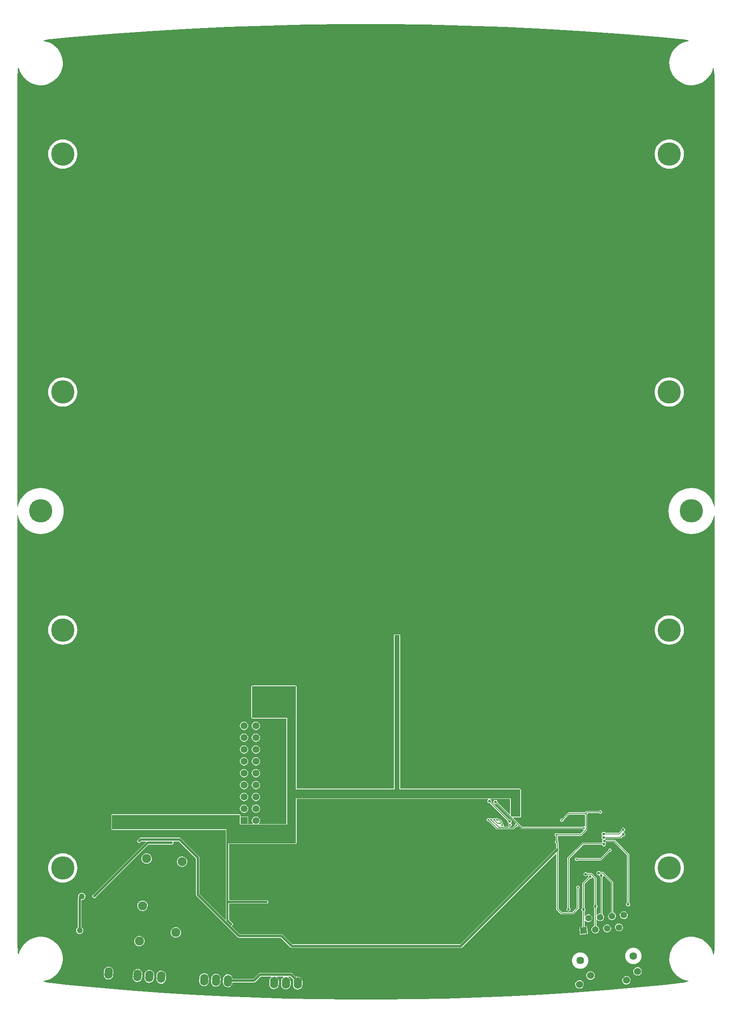
<source format=gbl>
G04*
G04 #@! TF.GenerationSoftware,Altium Limited,Altium Designer,19.0.11 (319)*
G04*
G04 Layer_Physical_Order=2*
G04 Layer_Color=16711680*
%FSLAX44Y44*%
%MOMM*%
G71*
G01*
G75*
%ADD12C,0.2000*%
%ADD15C,0.1270*%
%ADD110C,0.5000*%
%ADD114C,1.5000*%
%ADD115R,1.5000X1.5000*%
%ADD116C,1.6250*%
%ADD117C,2.4000*%
%ADD118C,1.5300*%
%ADD119C,1.4000*%
%ADD120P,1.9799X4X50.0*%
%ADD121C,1.9500*%
G04:AMPARAMS|DCode=122|XSize=1.75mm|YSize=2.5mm|CornerRadius=0mm|HoleSize=0mm|Usage=FLASHONLY|Rotation=178.800|XOffset=0mm|YOffset=0mm|HoleType=Round|Shape=Round|*
%AMOVALD122*
21,1,0.7500,1.7500,0.0000,0.0000,268.8*
1,1,1.7500,0.0079,0.3749*
1,1,1.7500,-0.0079,-0.3749*
%
%ADD122OVALD122*%

%ADD123C,5.0000*%
G04:AMPARAMS|DCode=124|XSize=1.75mm|YSize=2.5mm|CornerRadius=0mm|HoleSize=0mm|Usage=FLASHONLY|Rotation=176.000|XOffset=0mm|YOffset=0mm|HoleType=Round|Shape=Round|*
%AMOVALD124*
21,1,0.7500,1.7500,0.0000,0.0000,266.0*
1,1,1.7500,0.0262,0.3741*
1,1,1.7500,-0.0262,-0.3741*
%
%ADD124OVALD124*%

G04:AMPARAMS|DCode=125|XSize=1.75mm|YSize=2.5mm|CornerRadius=0mm|HoleSize=0mm|Usage=FLASHONLY|Rotation=175.000|XOffset=0mm|YOffset=0mm|HoleType=Round|Shape=Round|*
%AMOVALD125*
21,1,0.7500,1.7500,0.0000,0.0000,265.0*
1,1,1.7500,0.0327,0.3736*
1,1,1.7500,-0.0327,-0.3736*
%
%ADD125OVALD125*%

G04:AMPARAMS|DCode=126|XSize=1.75mm|YSize=2.5mm|CornerRadius=0mm|HoleSize=0mm|Usage=FLASHONLY|Rotation=177.300|XOffset=0mm|YOffset=0mm|HoleType=Round|Shape=Round|*
%AMOVALD126*
21,1,0.7500,1.7500,0.0000,0.0000,267.3*
1,1,1.7500,0.0177,0.3746*
1,1,1.7500,-0.0177,-0.3746*
%
%ADD126OVALD126*%

%ADD127C,0.4500*%
%ADD128C,0.8000*%
%ADD129C,1.0000*%
%ADD130C,0.6000*%
%ADD131C,1.2700*%
G36*
X134493Y1466680D02*
X219015Y1464695D01*
X303507Y1461719D01*
X387959Y1457751D01*
X472358Y1452792D01*
X556693Y1446843D01*
X640953Y1439904D01*
X683039Y1435940D01*
X683039Y1435940D01*
X685462Y1435711D01*
X690268Y1434943D01*
X695015Y1433866D01*
X699185Y1432632D01*
X699067Y1431343D01*
X698653Y1431300D01*
X692140Y1429917D01*
X685884Y1427637D01*
X680009Y1424505D01*
X674629Y1420582D01*
X669850Y1415945D01*
X665767Y1410685D01*
X662460Y1404906D01*
X659993Y1398722D01*
X658415Y1392253D01*
X657757Y1385627D01*
X658032Y1378975D01*
X659234Y1372426D01*
X661341Y1366109D01*
X664310Y1360150D01*
X668083Y1354664D01*
X672587Y1349759D01*
X677732Y1345533D01*
X683417Y1342067D01*
X689531Y1339430D01*
X695954Y1337675D01*
X702559Y1336834D01*
X709217Y1336926D01*
X715796Y1337947D01*
X722168Y1339879D01*
X728208Y1342682D01*
X733796Y1346303D01*
X738822Y1350669D01*
X743189Y1355696D01*
X746811Y1361283D01*
X749615Y1367323D01*
X751547Y1373694D01*
X752803Y1373503D01*
X753486Y1369236D01*
X754164Y1364052D01*
X754692Y1358850D01*
X754882Y1356243D01*
X754882D01*
Y433753D01*
X753612Y433628D01*
X752933Y437039D01*
X750857Y443155D01*
X748001Y448948D01*
X744412Y454318D01*
X740154Y459174D01*
X735298Y463432D01*
X729928Y467021D01*
X724135Y469877D01*
X718019Y471953D01*
X711685Y473213D01*
X705240Y473636D01*
X698795Y473213D01*
X692461Y471953D01*
X686345Y469877D01*
X680552Y467021D01*
X675182Y463432D01*
X670326Y459174D01*
X666068Y454318D01*
X662479Y448948D01*
X659623Y443155D01*
X657547Y437039D01*
X656287Y430705D01*
X655864Y424260D01*
X656287Y417815D01*
X657547Y411481D01*
X659623Y405365D01*
X662479Y399572D01*
X666068Y394202D01*
X670326Y389346D01*
X675182Y385088D01*
X680552Y381499D01*
X686345Y378643D01*
X692461Y376567D01*
X698795Y375307D01*
X705240Y374884D01*
X711685Y375307D01*
X718019Y376567D01*
X724135Y378643D01*
X729928Y381499D01*
X735298Y385088D01*
X740154Y389346D01*
X744412Y394202D01*
X748001Y399572D01*
X750857Y405365D01*
X752933Y411481D01*
X753612Y414892D01*
X754882Y414767D01*
Y-507738D01*
X754995Y-510367D01*
X754768Y-515624D01*
X754089Y-520842D01*
X752963Y-525983D01*
X752959Y-525995D01*
X751691Y-525923D01*
X751557Y-525222D01*
X749631Y-518849D01*
X746833Y-512807D01*
X743217Y-507216D01*
X738855Y-502185D01*
X733832Y-497814D01*
X728247Y-494188D01*
X722211Y-491379D01*
X715840Y-489441D01*
X709262Y-488413D01*
X702604Y-488316D01*
X695998Y-489150D01*
X689574Y-490899D01*
X683457Y-493530D01*
X677768Y-496991D01*
X672620Y-501212D01*
X668112Y-506113D01*
X664333Y-511595D01*
X661358Y-517552D01*
X659246Y-523866D01*
X658037Y-530414D01*
X657756Y-537067D01*
X658408Y-543693D01*
X659980Y-550163D01*
X662441Y-556350D01*
X665743Y-562132D01*
X669821Y-567395D01*
X674595Y-572037D01*
X679971Y-575965D01*
X685844Y-579103D01*
X692098Y-581388D01*
X698610Y-582777D01*
X698509Y-584044D01*
X694892Y-584955D01*
X690169Y-586030D01*
X685423Y-586995D01*
X683039Y-587423D01*
X683039Y-587423D01*
X683039Y-587423D01*
X649394Y-590967D01*
X582035Y-597347D01*
X514612Y-603020D01*
X447134Y-607985D01*
X379607Y-612242D01*
X312039Y-615790D01*
X244438Y-618629D01*
X176810Y-620758D01*
X109164Y-622177D01*
X41507Y-622887D01*
X-26154Y-622886D01*
X-93812Y-622176D01*
X-161458Y-620755D01*
X-229085Y-618624D01*
X-296686Y-615785D01*
X-364254Y-612235D01*
X-431781Y-607977D01*
X-499259Y-603011D01*
X-566682Y-597336D01*
X-634041Y-590955D01*
X-667686Y-587411D01*
X-670090Y-587158D01*
X-674859Y-586366D01*
X-679574Y-585293D01*
X-683643Y-584108D01*
X-683527Y-582819D01*
X-683179Y-582783D01*
X-676666Y-581400D01*
X-670410Y-579120D01*
X-664535Y-575988D01*
X-659155Y-572065D01*
X-654376Y-567428D01*
X-650293Y-562168D01*
X-646986Y-556389D01*
X-644519Y-550205D01*
X-642941Y-543736D01*
X-642283Y-537110D01*
X-642558Y-530457D01*
X-643761Y-523909D01*
X-645868Y-517592D01*
X-648837Y-511632D01*
X-652610Y-506147D01*
X-657113Y-501242D01*
X-662258Y-497015D01*
X-667944Y-493550D01*
X-674058Y-490913D01*
X-680481Y-489158D01*
X-687086Y-488317D01*
X-693744Y-488409D01*
X-700323Y-489431D01*
X-706695Y-491362D01*
X-712735Y-494166D01*
X-718323Y-497787D01*
X-723349Y-502153D01*
X-727716Y-507179D01*
X-731337Y-512767D01*
X-734141Y-518806D01*
X-736074Y-525178D01*
X-736126Y-525454D01*
X-737419Y-525452D01*
X-738312Y-520722D01*
X-738990Y-515500D01*
X-739369Y-510249D01*
X-739408Y-507617D01*
X-739408D01*
Y414796D01*
X-738138Y414921D01*
X-737453Y411481D01*
X-735377Y405365D01*
X-732521Y399572D01*
X-728932Y394202D01*
X-724674Y389346D01*
X-719818Y385088D01*
X-714448Y381499D01*
X-708655Y378643D01*
X-702539Y376567D01*
X-696205Y375307D01*
X-689760Y374884D01*
X-683315Y375307D01*
X-676981Y376567D01*
X-670865Y378643D01*
X-665072Y381499D01*
X-659702Y385088D01*
X-654846Y389346D01*
X-650588Y394202D01*
X-646999Y399572D01*
X-644143Y405365D01*
X-642067Y411481D01*
X-640807Y417815D01*
X-640384Y424260D01*
X-640807Y430705D01*
X-642067Y437039D01*
X-644143Y443155D01*
X-646999Y448948D01*
X-650588Y454318D01*
X-654846Y459174D01*
X-659702Y463432D01*
X-665072Y467021D01*
X-670865Y469877D01*
X-676981Y471953D01*
X-683315Y473213D01*
X-689760Y473636D01*
X-696205Y473213D01*
X-702539Y471953D01*
X-708655Y469877D01*
X-714448Y467021D01*
X-719818Y463432D01*
X-724674Y459174D01*
X-728932Y454318D01*
X-732521Y448948D01*
X-735377Y443155D01*
X-737453Y437039D01*
X-738138Y433598D01*
X-739408Y433723D01*
Y1356133D01*
X-739380Y1358771D01*
X-739014Y1364035D01*
X-738337Y1369269D01*
X-737432Y1374030D01*
X-736139Y1374031D01*
X-736084Y1373739D01*
X-734157Y1367365D01*
X-731359Y1361323D01*
X-727743Y1355732D01*
X-723381Y1350701D01*
X-718359Y1346330D01*
X-712774Y1342704D01*
X-706738Y1339895D01*
X-700367Y1337957D01*
X-693789Y1336929D01*
X-687131Y1336831D01*
X-680525Y1337665D01*
X-674101Y1339415D01*
X-667984Y1342046D01*
X-662295Y1345506D01*
X-657146Y1349728D01*
X-652638Y1354628D01*
X-648860Y1360110D01*
X-645885Y1366067D01*
X-643772Y1372382D01*
X-642564Y1378929D01*
X-642282Y1385582D01*
X-642934Y1392208D01*
X-644506Y1398679D01*
X-646967Y1404866D01*
X-650269Y1410647D01*
X-654347Y1415911D01*
X-659121Y1420552D01*
X-664497Y1424480D01*
X-670370Y1427618D01*
X-676624Y1429904D01*
X-683136Y1431293D01*
X-683400Y1431321D01*
X-683512Y1432610D01*
X-679526Y1433743D01*
X-674823Y1434817D01*
X-670070Y1435642D01*
X-667674Y1435928D01*
X-625588Y1439893D01*
X-541329Y1446834D01*
X-456994Y1452784D01*
X-372595Y1457745D01*
X-288143Y1461714D01*
X-203651Y1464692D01*
X-119129Y1466678D01*
X-34590Y1467671D01*
X49954Y1467671D01*
X134493Y1466680D01*
D02*
G37*
%LPC*%
G36*
X657740Y1220627D02*
X652833Y1220240D01*
X648047Y1219091D01*
X643500Y1217208D01*
X639303Y1214636D01*
X635560Y1211440D01*
X632364Y1207697D01*
X629792Y1203500D01*
X627909Y1198953D01*
X626759Y1194167D01*
X626373Y1189260D01*
X626759Y1184353D01*
X627909Y1179567D01*
X629792Y1175020D01*
X632364Y1170823D01*
X635560Y1167080D01*
X639303Y1163884D01*
X643500Y1161312D01*
X648047Y1159428D01*
X652833Y1158279D01*
X657740Y1157893D01*
X662647Y1158279D01*
X667433Y1159428D01*
X671980Y1161312D01*
X676177Y1163884D01*
X679920Y1167080D01*
X683116Y1170823D01*
X685688Y1175020D01*
X687571Y1179567D01*
X688720Y1184353D01*
X689107Y1189260D01*
X688720Y1194167D01*
X687571Y1198953D01*
X685688Y1203500D01*
X683116Y1207697D01*
X679920Y1211440D01*
X676177Y1214636D01*
X671980Y1217208D01*
X667433Y1219091D01*
X662647Y1220240D01*
X657740Y1220627D01*
D02*
G37*
G36*
X-642260D02*
X-647167Y1220240D01*
X-651953Y1219091D01*
X-656500Y1217208D01*
X-660697Y1214636D01*
X-664440Y1211440D01*
X-667636Y1207697D01*
X-670208Y1203500D01*
X-672092Y1198953D01*
X-673241Y1194167D01*
X-673627Y1189260D01*
X-673241Y1184353D01*
X-672092Y1179567D01*
X-670208Y1175020D01*
X-667636Y1170823D01*
X-664440Y1167080D01*
X-660697Y1163884D01*
X-656500Y1161312D01*
X-651953Y1159428D01*
X-647167Y1158279D01*
X-642260Y1157893D01*
X-637353Y1158279D01*
X-632567Y1159428D01*
X-628020Y1161312D01*
X-623823Y1163884D01*
X-620080Y1167080D01*
X-616884Y1170823D01*
X-614312Y1175020D01*
X-612429Y1179567D01*
X-611279Y1184353D01*
X-610893Y1189260D01*
X-611279Y1194167D01*
X-612429Y1198953D01*
X-614312Y1203500D01*
X-616884Y1207697D01*
X-620080Y1211440D01*
X-623823Y1214636D01*
X-628020Y1217208D01*
X-632567Y1219091D01*
X-637353Y1220240D01*
X-642260Y1220627D01*
D02*
G37*
G36*
X657740Y710627D02*
X652833Y710240D01*
X648047Y709091D01*
X643500Y707208D01*
X639303Y704636D01*
X635560Y701440D01*
X632364Y697697D01*
X629792Y693500D01*
X627909Y688953D01*
X626759Y684167D01*
X626373Y679260D01*
X626759Y674353D01*
X627909Y669567D01*
X629792Y665020D01*
X632364Y660823D01*
X635560Y657080D01*
X639303Y653884D01*
X643500Y651312D01*
X648047Y649428D01*
X652833Y648279D01*
X657740Y647893D01*
X662647Y648279D01*
X667433Y649428D01*
X671980Y651312D01*
X676177Y653884D01*
X679920Y657080D01*
X683116Y660823D01*
X685688Y665020D01*
X687571Y669567D01*
X688720Y674353D01*
X689107Y679260D01*
X688720Y684167D01*
X687571Y688953D01*
X685688Y693500D01*
X683116Y697697D01*
X679920Y701440D01*
X676177Y704636D01*
X671980Y707208D01*
X667433Y709091D01*
X662647Y710240D01*
X657740Y710627D01*
D02*
G37*
G36*
X-642260D02*
X-647167Y710240D01*
X-651953Y709091D01*
X-656500Y707208D01*
X-660697Y704636D01*
X-664440Y701440D01*
X-667636Y697697D01*
X-670208Y693500D01*
X-672092Y688953D01*
X-673241Y684167D01*
X-673627Y679260D01*
X-673241Y674353D01*
X-672092Y669567D01*
X-670208Y665020D01*
X-667636Y660823D01*
X-664440Y657080D01*
X-660697Y653884D01*
X-656500Y651312D01*
X-651953Y649428D01*
X-647167Y648279D01*
X-642260Y647893D01*
X-637353Y648279D01*
X-632567Y649428D01*
X-628020Y651312D01*
X-623823Y653884D01*
X-620080Y657080D01*
X-616884Y660823D01*
X-614312Y665020D01*
X-612429Y669567D01*
X-611279Y674353D01*
X-610893Y679260D01*
X-611279Y684167D01*
X-612429Y688953D01*
X-614312Y693500D01*
X-616884Y697697D01*
X-620080Y701440D01*
X-623823Y704636D01*
X-628020Y707208D01*
X-632567Y709091D01*
X-637353Y710240D01*
X-642260Y710627D01*
D02*
G37*
G36*
X657740Y200627D02*
X652833Y200240D01*
X648047Y199091D01*
X643500Y197208D01*
X639303Y194636D01*
X635560Y191440D01*
X632364Y187697D01*
X629792Y183500D01*
X627909Y178953D01*
X626759Y174167D01*
X626373Y169260D01*
X626759Y164353D01*
X627909Y159567D01*
X629792Y155020D01*
X632364Y150823D01*
X635560Y147080D01*
X639303Y143884D01*
X643500Y141312D01*
X648047Y139429D01*
X652833Y138279D01*
X657740Y137893D01*
X662647Y138279D01*
X667433Y139429D01*
X671980Y141312D01*
X676177Y143884D01*
X679920Y147080D01*
X683116Y150823D01*
X685688Y155020D01*
X687571Y159567D01*
X688720Y164353D01*
X689107Y169260D01*
X688720Y174167D01*
X687571Y178953D01*
X685688Y183500D01*
X683116Y187697D01*
X679920Y191440D01*
X676177Y194636D01*
X671980Y197208D01*
X667433Y199091D01*
X662647Y200240D01*
X657740Y200627D01*
D02*
G37*
G36*
X-642260D02*
X-647167Y200240D01*
X-651953Y199091D01*
X-656500Y197208D01*
X-660697Y194636D01*
X-664440Y191440D01*
X-667636Y187697D01*
X-670208Y183500D01*
X-672092Y178953D01*
X-673241Y174167D01*
X-673627Y169260D01*
X-673241Y164353D01*
X-672092Y159567D01*
X-670208Y155020D01*
X-667636Y150823D01*
X-664440Y147080D01*
X-660697Y143884D01*
X-656500Y141312D01*
X-651953Y139429D01*
X-647167Y138279D01*
X-642260Y137893D01*
X-637353Y138279D01*
X-632567Y139429D01*
X-628020Y141312D01*
X-623823Y143884D01*
X-620080Y147080D01*
X-616884Y150823D01*
X-614312Y155020D01*
X-612429Y159567D01*
X-611279Y164353D01*
X-610893Y169260D01*
X-611279Y174167D01*
X-612429Y178953D01*
X-614312Y183500D01*
X-616884Y187697D01*
X-620080Y191440D01*
X-623823Y194636D01*
X-628020Y197208D01*
X-632567Y199091D01*
X-637353Y200240D01*
X-642260Y200627D01*
D02*
G37*
G36*
X-228300Y-27154D02*
X-230589Y-27456D01*
X-232723Y-28339D01*
X-234555Y-29745D01*
X-235961Y-31577D01*
X-236844Y-33711D01*
X-237146Y-36000D01*
X-236844Y-38289D01*
X-235961Y-40423D01*
X-234555Y-42255D01*
X-232723Y-43661D01*
X-230589Y-44544D01*
X-228300Y-44846D01*
X-226011Y-44544D01*
X-223877Y-43661D01*
X-222045Y-42255D01*
X-220639Y-40423D01*
X-219756Y-38289D01*
X-219454Y-36000D01*
X-219756Y-33711D01*
X-220639Y-31577D01*
X-222045Y-29745D01*
X-223877Y-28339D01*
X-226011Y-27456D01*
X-228300Y-27154D01*
D02*
G37*
G36*
X-253700D02*
X-255989Y-27456D01*
X-258123Y-28339D01*
X-259955Y-29745D01*
X-261361Y-31577D01*
X-262244Y-33711D01*
X-262546Y-36000D01*
X-262244Y-38289D01*
X-261361Y-40423D01*
X-259955Y-42255D01*
X-258123Y-43661D01*
X-255989Y-44544D01*
X-253700Y-44846D01*
X-251411Y-44544D01*
X-249277Y-43661D01*
X-247445Y-42255D01*
X-246039Y-40423D01*
X-245156Y-38289D01*
X-244854Y-36000D01*
X-245156Y-33711D01*
X-246039Y-31577D01*
X-247445Y-29745D01*
X-249277Y-28339D01*
X-251411Y-27456D01*
X-253700Y-27154D01*
D02*
G37*
G36*
X-228300Y-52554D02*
X-230589Y-52856D01*
X-232723Y-53739D01*
X-234555Y-55145D01*
X-235961Y-56977D01*
X-236844Y-59111D01*
X-237146Y-61400D01*
X-236844Y-63689D01*
X-235961Y-65823D01*
X-234555Y-67655D01*
X-232723Y-69061D01*
X-230589Y-69944D01*
X-228300Y-70246D01*
X-226011Y-69944D01*
X-223877Y-69061D01*
X-222045Y-67655D01*
X-220639Y-65823D01*
X-219756Y-63689D01*
X-219454Y-61400D01*
X-219756Y-59111D01*
X-220639Y-56977D01*
X-222045Y-55145D01*
X-223877Y-53739D01*
X-226011Y-52856D01*
X-228300Y-52554D01*
D02*
G37*
G36*
X-253700D02*
X-255989Y-52856D01*
X-258123Y-53739D01*
X-259955Y-55145D01*
X-261361Y-56977D01*
X-262244Y-59111D01*
X-262546Y-61400D01*
X-262244Y-63689D01*
X-261361Y-65823D01*
X-259955Y-67655D01*
X-258123Y-69061D01*
X-255989Y-69944D01*
X-253700Y-70246D01*
X-251411Y-69944D01*
X-249277Y-69061D01*
X-247445Y-67655D01*
X-246039Y-65823D01*
X-245156Y-63689D01*
X-244854Y-61400D01*
X-245156Y-59111D01*
X-246039Y-56977D01*
X-247445Y-55145D01*
X-249277Y-53739D01*
X-251411Y-52856D01*
X-253700Y-52554D01*
D02*
G37*
G36*
X-228300Y-77954D02*
X-230589Y-78256D01*
X-232723Y-79139D01*
X-234555Y-80545D01*
X-235961Y-82377D01*
X-236844Y-84511D01*
X-237146Y-86800D01*
X-236844Y-89089D01*
X-235961Y-91223D01*
X-234555Y-93055D01*
X-232723Y-94461D01*
X-230589Y-95344D01*
X-228300Y-95646D01*
X-226011Y-95344D01*
X-223877Y-94461D01*
X-222045Y-93055D01*
X-220639Y-91223D01*
X-219756Y-89089D01*
X-219454Y-86800D01*
X-219756Y-84511D01*
X-220639Y-82377D01*
X-222045Y-80545D01*
X-223877Y-79139D01*
X-226011Y-78256D01*
X-228300Y-77954D01*
D02*
G37*
G36*
X-253700D02*
X-255989Y-78256D01*
X-258123Y-79139D01*
X-259955Y-80545D01*
X-261361Y-82377D01*
X-262244Y-84511D01*
X-262546Y-86800D01*
X-262244Y-89089D01*
X-261361Y-91223D01*
X-259955Y-93055D01*
X-258123Y-94461D01*
X-255989Y-95344D01*
X-253700Y-95646D01*
X-251411Y-95344D01*
X-249277Y-94461D01*
X-247445Y-93055D01*
X-246039Y-91223D01*
X-245156Y-89089D01*
X-244854Y-86800D01*
X-245156Y-84511D01*
X-246039Y-82377D01*
X-247445Y-80545D01*
X-249277Y-79139D01*
X-251411Y-78256D01*
X-253700Y-77954D01*
D02*
G37*
G36*
X-228300Y-103354D02*
X-230589Y-103656D01*
X-232723Y-104539D01*
X-234555Y-105945D01*
X-235961Y-107777D01*
X-236844Y-109911D01*
X-237146Y-112200D01*
X-236844Y-114489D01*
X-235961Y-116623D01*
X-234555Y-118455D01*
X-232723Y-119861D01*
X-230589Y-120744D01*
X-228300Y-121046D01*
X-226011Y-120744D01*
X-223877Y-119861D01*
X-222045Y-118455D01*
X-220639Y-116623D01*
X-219756Y-114489D01*
X-219454Y-112200D01*
X-219756Y-109911D01*
X-220639Y-107777D01*
X-222045Y-105945D01*
X-223877Y-104539D01*
X-226011Y-103656D01*
X-228300Y-103354D01*
D02*
G37*
G36*
X-253700D02*
X-255989Y-103656D01*
X-258123Y-104539D01*
X-259955Y-105945D01*
X-261361Y-107777D01*
X-262244Y-109911D01*
X-262546Y-112200D01*
X-262244Y-114489D01*
X-261361Y-116623D01*
X-259955Y-118455D01*
X-258123Y-119861D01*
X-255989Y-120744D01*
X-253700Y-121046D01*
X-251411Y-120744D01*
X-249277Y-119861D01*
X-247445Y-118455D01*
X-246039Y-116623D01*
X-245156Y-114489D01*
X-244854Y-112200D01*
X-245156Y-109911D01*
X-246039Y-107777D01*
X-247445Y-105945D01*
X-249277Y-104539D01*
X-251411Y-103656D01*
X-253700Y-103354D01*
D02*
G37*
G36*
X-228300Y-128754D02*
X-230589Y-129056D01*
X-232723Y-129939D01*
X-234555Y-131345D01*
X-235961Y-133177D01*
X-236844Y-135311D01*
X-237146Y-137600D01*
X-236844Y-139889D01*
X-235961Y-142023D01*
X-234555Y-143855D01*
X-232723Y-145261D01*
X-230589Y-146144D01*
X-228300Y-146446D01*
X-226011Y-146144D01*
X-223877Y-145261D01*
X-222045Y-143855D01*
X-220639Y-142023D01*
X-219756Y-139889D01*
X-219454Y-137600D01*
X-219756Y-135311D01*
X-220639Y-133177D01*
X-222045Y-131345D01*
X-223877Y-129939D01*
X-226011Y-129056D01*
X-228300Y-128754D01*
D02*
G37*
G36*
X-253700D02*
X-255989Y-129056D01*
X-258123Y-129939D01*
X-259955Y-131345D01*
X-261361Y-133177D01*
X-262244Y-135311D01*
X-262546Y-137600D01*
X-262244Y-139889D01*
X-261361Y-142023D01*
X-259955Y-143855D01*
X-258123Y-145261D01*
X-255989Y-146144D01*
X-253700Y-146446D01*
X-251411Y-146144D01*
X-249277Y-145261D01*
X-247445Y-143855D01*
X-246039Y-142023D01*
X-245156Y-139889D01*
X-244854Y-137600D01*
X-245156Y-135311D01*
X-246039Y-133177D01*
X-247445Y-131345D01*
X-249277Y-129939D01*
X-251411Y-129056D01*
X-253700Y-128754D01*
D02*
G37*
G36*
X69921Y159875D02*
X69669Y159770D01*
X69395Y159770D01*
X69181Y159681D01*
X69181Y159681D01*
X68972Y159595D01*
X68779Y159401D01*
X68735Y159383D01*
X68735Y159383D01*
X68724Y159358D01*
X68615Y159303D01*
X68587Y159298D01*
X68587Y159298D01*
X68579Y159285D01*
X68460Y159225D01*
X68395Y159151D01*
X68326Y159122D01*
X68165Y158961D01*
X68165Y158961D01*
X67971Y158767D01*
X67867Y158515D01*
X67673Y158321D01*
X67480Y157855D01*
Y157581D01*
X67375Y157329D01*
Y157060D01*
X67375Y-160977D01*
Y-170875D01*
X-140875D01*
Y-153050D01*
X-140875Y34302D01*
Y47320D01*
X-140980Y47573D01*
X-140980Y47846D01*
X-141173Y48313D01*
X-141367Y48506D01*
X-141471Y48759D01*
X-142048Y49335D01*
X-142048Y49335D01*
X-142241Y49529D01*
X-142494Y49633D01*
X-142687Y49827D01*
X-143154Y50020D01*
X-143427D01*
X-143680Y50125D01*
X-177810Y50125D01*
X-182203D01*
X-235372Y50125D01*
X-235372Y50125D01*
X-235431D01*
X-235485Y50102D01*
X-235698D01*
X-235763Y50076D01*
X-235829Y50096D01*
X-235830Y50096D01*
X-236016Y49997D01*
X-236070Y49992D01*
X-236123Y49965D01*
X-236124Y49964D01*
X-236124Y49965D01*
X-236124Y49965D01*
X-236124Y49964D01*
X-236337Y49946D01*
X-236526Y49847D01*
X-236584Y49841D01*
X-236637Y49814D01*
X-236637Y49814D01*
X-236637Y49814D01*
X-236786Y49736D01*
X-236875Y49629D01*
X-236875D01*
X-236989Y49570D01*
X-237075Y49466D01*
X-237204Y49399D01*
X-237292Y49293D01*
X-237399Y49204D01*
X-237466Y49075D01*
X-237570Y48989D01*
X-237629Y48875D01*
Y48875D01*
X-237736Y48786D01*
X-237841Y48584D01*
X-237847Y48526D01*
X-237946Y48336D01*
X-237965Y48122D01*
X-237992Y48069D01*
X-237998Y48011D01*
X-238020Y47957D01*
Y47898D01*
X-238102Y47699D01*
Y47485D01*
X-238125Y47431D01*
Y47372D01*
X-238125Y47371D01*
Y35797D01*
X-238125Y4178D01*
Y-17570D01*
X-238020Y-17823D01*
X-238020Y-18096D01*
X-237827Y-18563D01*
X-237633Y-18756D01*
X-237529Y-19009D01*
X-236952Y-19585D01*
X-236952Y-19585D01*
X-236759Y-19779D01*
X-236506Y-19883D01*
X-236313Y-20077D01*
X-235846Y-20270D01*
X-235573D01*
X-235320Y-20375D01*
X-207294Y-20375D01*
X-202249D01*
X-162625Y-20375D01*
X-162625Y-172250D01*
X-162624Y-246595D01*
X-221658Y-246595D01*
X-221701Y-246468D01*
X-221946Y-245325D01*
X-220639Y-243623D01*
X-219756Y-241489D01*
X-219454Y-239200D01*
X-219756Y-236911D01*
X-220639Y-234777D01*
X-222045Y-232945D01*
X-223877Y-231539D01*
X-226011Y-230656D01*
X-228300Y-230354D01*
X-230589Y-230656D01*
X-232723Y-231539D01*
X-234555Y-232945D01*
X-235961Y-234777D01*
X-236844Y-236911D01*
X-237146Y-239200D01*
X-236844Y-241489D01*
X-235961Y-243623D01*
X-234654Y-245325D01*
X-234899Y-246468D01*
X-234942Y-246595D01*
X-244930D01*
Y-230430D01*
X-260875D01*
Y-228430D01*
X-260980Y-228177D01*
X-260980Y-227904D01*
X-261173Y-227437D01*
X-261367Y-227244D01*
X-261471Y-226992D01*
X-262048Y-226415D01*
X-262048Y-226415D01*
X-262241Y-226221D01*
X-262494Y-226117D01*
X-262687Y-225923D01*
X-263154Y-225730D01*
X-263428D01*
X-263680Y-225625D01*
X-303395D01*
X-535612Y-225625D01*
X-535613Y-225625D01*
X-535669D01*
X-535720Y-225647D01*
X-535720Y-225646D01*
X-535937Y-225647D01*
X-536139Y-225730D01*
X-536195D01*
X-536246Y-225751D01*
X-536246Y-225751D01*
X-536301Y-225756D01*
X-536352Y-225782D01*
X-536569Y-225800D01*
X-536761Y-225900D01*
X-536875Y-226035D01*
X-536909Y-226049D01*
X-536912Y-226058D01*
X-537175Y-226172D01*
X-537990Y-227020D01*
X-538178Y-227498D01*
X-538375Y-227973D01*
X-538375Y-236265D01*
X-538375Y-256320D01*
X-538270Y-256573D01*
X-538270Y-256846D01*
X-538077Y-257313D01*
X-537883Y-257506D01*
X-537779Y-257759D01*
X-537202Y-258335D01*
X-537202Y-258335D01*
X-537009Y-258529D01*
X-536756Y-258633D01*
X-536563Y-258827D01*
X-536096Y-259020D01*
X-535823D01*
X-535570Y-259125D01*
X-424814Y-259125D01*
X-322495Y-259125D01*
X-292875D01*
Y-265964D01*
X-292875Y-396401D01*
X-292875Y-433683D01*
X-292875Y-451293D01*
X-294048Y-451780D01*
X-348906Y-396921D01*
Y-318750D01*
X-349199Y-317279D01*
X-350032Y-316032D01*
X-350032Y-316032D01*
X-389052Y-277012D01*
X-390299Y-276179D01*
X-391770Y-275886D01*
X-391770Y-275886D01*
X-475230D01*
X-475230Y-275886D01*
X-476701Y-276179D01*
X-477948Y-277012D01*
X-477948Y-277012D01*
X-481468Y-280532D01*
X-482301Y-281779D01*
X-482594Y-283250D01*
X-482301Y-284721D01*
X-481468Y-285968D01*
X-480221Y-286801D01*
X-478750Y-287094D01*
X-477279Y-286801D01*
X-476032Y-285968D01*
X-473638Y-283574D01*
X-464306D01*
X-463780Y-284844D01*
X-576101Y-397165D01*
X-576416Y-397228D01*
X-577828Y-398172D01*
X-578772Y-399584D01*
X-579104Y-401250D01*
X-578772Y-402916D01*
X-577828Y-404328D01*
X-576416Y-405272D01*
X-574750Y-405604D01*
X-573084Y-405272D01*
X-571671Y-404328D01*
X-570728Y-402916D01*
X-570665Y-402601D01*
X-458529Y-290465D01*
X-411251D01*
X-411166Y-290522D01*
X-409500Y-290854D01*
X-407834Y-290522D01*
X-406422Y-289578D01*
X-405478Y-288166D01*
X-405146Y-286500D01*
X-405478Y-284834D01*
X-405571Y-284694D01*
X-404973Y-283574D01*
X-393362D01*
X-356594Y-320342D01*
Y-398513D01*
X-356594Y-398514D01*
X-356301Y-399985D01*
X-355468Y-401232D01*
X-267532Y-489168D01*
X-267532Y-489168D01*
X-266285Y-490001D01*
X-264813Y-490294D01*
X-264813Y-490294D01*
X-174527D01*
X-154152Y-510668D01*
X-154152Y-510668D01*
X-152905Y-511501D01*
X-151434Y-511794D01*
X-151434Y-511794D01*
X210800D01*
X210800Y-511794D01*
X212271Y-511501D01*
X213518Y-510668D01*
X414262Y-309924D01*
X415435Y-310410D01*
Y-428500D01*
X415612Y-429386D01*
X416113Y-430137D01*
X425363Y-439387D01*
X426114Y-439888D01*
X427000Y-440065D01*
X450750D01*
X451636Y-439888D01*
X452387Y-439387D01*
X463674Y-428099D01*
X464176Y-427348D01*
X464352Y-426462D01*
Y-384937D01*
X464575Y-384788D01*
X465353Y-383623D01*
X465627Y-382250D01*
X465353Y-380877D01*
X464575Y-379712D01*
X463411Y-378934D01*
X462038Y-378661D01*
X460664Y-378934D01*
X459500Y-379712D01*
X458722Y-380877D01*
X458449Y-382250D01*
X458722Y-383623D01*
X459500Y-384788D01*
X459723Y-384937D01*
Y-425504D01*
X449791Y-435435D01*
X427959D01*
X420065Y-427541D01*
Y-304122D01*
X420468Y-303718D01*
X421301Y-302471D01*
X421594Y-301000D01*
X421301Y-299529D01*
X420468Y-298282D01*
X420065Y-298012D01*
Y-287176D01*
X419888Y-286291D01*
X419883Y-286283D01*
X420089Y-285250D01*
X419816Y-283877D01*
X419038Y-282712D01*
X418815Y-282563D01*
Y-271814D01*
X468500D01*
X469386Y-271638D01*
X470137Y-271137D01*
X480907Y-260367D01*
X481408Y-259616D01*
X481585Y-258730D01*
Y-225470D01*
X481816Y-225123D01*
X482089Y-223750D01*
X483182Y-223089D01*
X507247D01*
X507396Y-223312D01*
X508560Y-224090D01*
X509934Y-224364D01*
X511307Y-224090D01*
X512471Y-223312D01*
X513249Y-222148D01*
X513522Y-220775D01*
X513249Y-219401D01*
X512471Y-218237D01*
X511307Y-217459D01*
X509934Y-217186D01*
X508560Y-217459D01*
X507396Y-218237D01*
X507247Y-218460D01*
X481475D01*
X480590Y-218636D01*
X479839Y-219138D01*
X478763Y-220214D01*
X478500Y-220161D01*
X477127Y-220434D01*
X475962Y-221212D01*
X475813Y-221436D01*
X442117D01*
X441231Y-221612D01*
X440480Y-222113D01*
X427672Y-234922D01*
X427409Y-234869D01*
X426035Y-235142D01*
X424871Y-235921D01*
X424093Y-237085D01*
X423820Y-238458D01*
X424093Y-239832D01*
X424871Y-240996D01*
X426035Y-241774D01*
X427409Y-242047D01*
X428782Y-241774D01*
X429947Y-240996D01*
X430724Y-239832D01*
X430998Y-238458D01*
X430945Y-238195D01*
X443076Y-226064D01*
X475813D01*
X475962Y-226288D01*
X476955Y-226952D01*
Y-250829D01*
X475686Y-251597D01*
X474750Y-251411D01*
X473377Y-251684D01*
X472212Y-252462D01*
X471814Y-253058D01*
X342681D01*
X323171Y-233548D01*
X323657Y-232375D01*
X337343D01*
X337625Y-232258D01*
X337930Y-232243D01*
X339087Y-231696D01*
X339249Y-231517D01*
X339472Y-231425D01*
X339568Y-231194D01*
X339751Y-231022D01*
X339751Y-231022D01*
X339753Y-230962D01*
X339794Y-230917D01*
X339782Y-230676D01*
X339875Y-230453D01*
Y-173680D01*
X339770Y-173427D01*
X339770Y-173154D01*
X339577Y-172687D01*
X339383Y-172494D01*
X339279Y-172241D01*
X338702Y-171665D01*
X338702Y-171665D01*
X338508Y-171471D01*
X338256Y-171367D01*
X338063Y-171173D01*
X337596Y-170980D01*
X337323D01*
X337070Y-170875D01*
X264739Y-170875D01*
X220030D01*
X80625Y-170875D01*
Y-160085D01*
X80625Y157162D01*
X80604Y157211D01*
Y157430D01*
X80520Y157633D01*
Y157688D01*
X80499Y157737D01*
Y157737D01*
X80495Y157791D01*
X80470Y157839D01*
X80452Y158058D01*
X80352Y158253D01*
X80348Y158306D01*
X80323Y158355D01*
X80323Y158355D01*
Y158355D01*
X79987Y159009D01*
X79905Y159078D01*
X79904Y159092D01*
X79903Y159093D01*
X79812Y159170D01*
X79736Y159353D01*
X79653Y159436D01*
X79351Y159561D01*
X79102Y159773D01*
X78990Y159809D01*
X78990Y159809D01*
X78900Y159801D01*
X78793Y159792D01*
X78681Y159839D01*
X78669Y159833D01*
X78569Y159875D01*
X69921Y159875D01*
D02*
G37*
G36*
X-228300Y-154154D02*
X-230589Y-154456D01*
X-232723Y-155339D01*
X-234555Y-156745D01*
X-235961Y-158577D01*
X-236844Y-160711D01*
X-237146Y-163000D01*
X-236844Y-165289D01*
X-235961Y-167423D01*
X-234555Y-169255D01*
X-232723Y-170661D01*
X-230589Y-171544D01*
X-228300Y-171846D01*
X-226011Y-171544D01*
X-223877Y-170661D01*
X-222045Y-169255D01*
X-220639Y-167423D01*
X-219756Y-165289D01*
X-219454Y-163000D01*
X-219756Y-160711D01*
X-220639Y-158577D01*
X-222045Y-156745D01*
X-223877Y-155339D01*
X-226011Y-154456D01*
X-228300Y-154154D01*
D02*
G37*
G36*
X-253700D02*
X-255989Y-154456D01*
X-258123Y-155339D01*
X-259955Y-156745D01*
X-261361Y-158577D01*
X-262244Y-160711D01*
X-262546Y-163000D01*
X-262244Y-165289D01*
X-261361Y-167423D01*
X-259955Y-169255D01*
X-258123Y-170661D01*
X-255989Y-171544D01*
X-253700Y-171846D01*
X-251411Y-171544D01*
X-249277Y-170661D01*
X-247445Y-169255D01*
X-246039Y-167423D01*
X-245156Y-165289D01*
X-244854Y-163000D01*
X-245156Y-160711D01*
X-246039Y-158577D01*
X-247445Y-156745D01*
X-249277Y-155339D01*
X-251411Y-154456D01*
X-253700Y-154154D01*
D02*
G37*
G36*
X-228300Y-179554D02*
X-230589Y-179856D01*
X-232723Y-180739D01*
X-234555Y-182145D01*
X-235961Y-183977D01*
X-236844Y-186111D01*
X-237146Y-188400D01*
X-236844Y-190689D01*
X-235961Y-192823D01*
X-234555Y-194655D01*
X-232723Y-196061D01*
X-230589Y-196944D01*
X-228300Y-197246D01*
X-226011Y-196944D01*
X-223877Y-196061D01*
X-222045Y-194655D01*
X-220639Y-192823D01*
X-219756Y-190689D01*
X-219454Y-188400D01*
X-219756Y-186111D01*
X-220639Y-183977D01*
X-222045Y-182145D01*
X-223877Y-180739D01*
X-226011Y-179856D01*
X-228300Y-179554D01*
D02*
G37*
G36*
X-253700D02*
X-255989Y-179856D01*
X-258123Y-180739D01*
X-259955Y-182145D01*
X-261361Y-183977D01*
X-262244Y-186111D01*
X-262546Y-188400D01*
X-262244Y-190689D01*
X-261361Y-192823D01*
X-259955Y-194655D01*
X-258123Y-196061D01*
X-255989Y-196944D01*
X-253700Y-197246D01*
X-251411Y-196944D01*
X-249277Y-196061D01*
X-247445Y-194655D01*
X-246039Y-192823D01*
X-245156Y-190689D01*
X-244854Y-188400D01*
X-245156Y-186111D01*
X-246039Y-183977D01*
X-247445Y-182145D01*
X-249277Y-180739D01*
X-251411Y-179856D01*
X-253700Y-179554D01*
D02*
G37*
G36*
X-228300Y-204704D02*
X-230589Y-205006D01*
X-232723Y-205889D01*
X-234555Y-207295D01*
X-235961Y-209127D01*
X-236844Y-211261D01*
X-237146Y-213550D01*
X-236844Y-215839D01*
X-235961Y-217973D01*
X-234555Y-219805D01*
X-232723Y-221211D01*
X-230589Y-222094D01*
X-228300Y-222396D01*
X-226011Y-222094D01*
X-223877Y-221211D01*
X-222045Y-219805D01*
X-220639Y-217973D01*
X-219756Y-215839D01*
X-219454Y-213550D01*
X-219756Y-211261D01*
X-220639Y-209127D01*
X-222045Y-207295D01*
X-223877Y-205889D01*
X-226011Y-205006D01*
X-228300Y-204704D01*
D02*
G37*
G36*
X-253700Y-204954D02*
X-255989Y-205256D01*
X-258123Y-206139D01*
X-259955Y-207545D01*
X-261361Y-209377D01*
X-262244Y-211511D01*
X-262546Y-213800D01*
X-262244Y-216089D01*
X-261361Y-218223D01*
X-259955Y-220055D01*
X-258123Y-221461D01*
X-255989Y-222344D01*
X-253700Y-222646D01*
X-251411Y-222344D01*
X-249277Y-221461D01*
X-247445Y-220055D01*
X-246039Y-218223D01*
X-245156Y-216089D01*
X-244854Y-213800D01*
X-245156Y-211511D01*
X-246039Y-209377D01*
X-247445Y-207545D01*
X-249277Y-206139D01*
X-251411Y-205256D01*
X-253700Y-204954D01*
D02*
G37*
G36*
X558750Y-254646D02*
X557084Y-254978D01*
X555672Y-255921D01*
X554728Y-257334D01*
X554396Y-259000D01*
X554576Y-259901D01*
X549041Y-265436D01*
X520589D01*
X520079Y-264671D01*
X518666Y-263728D01*
X517000Y-263396D01*
X515334Y-263728D01*
X513922Y-264671D01*
X512978Y-266084D01*
X512646Y-267750D01*
X512978Y-269416D01*
X513773Y-270606D01*
X513919Y-271826D01*
X513687Y-272199D01*
X512753Y-273597D01*
X512422Y-275263D01*
X512753Y-276929D01*
X513697Y-278342D01*
X514379Y-278798D01*
X515031Y-279505D01*
X514702Y-280425D01*
X514253Y-281098D01*
X513922Y-282764D01*
X514253Y-284430D01*
X514564Y-284895D01*
X513885Y-286166D01*
X472427D01*
X471542Y-286342D01*
X470791Y-286843D01*
X440113Y-317521D01*
X439612Y-318272D01*
X439436Y-319157D01*
Y-425661D01*
X438671Y-426171D01*
X437728Y-427584D01*
X437396Y-429250D01*
X437728Y-430916D01*
X438671Y-432328D01*
X440084Y-433272D01*
X441750Y-433604D01*
X443416Y-433272D01*
X444828Y-432328D01*
X445772Y-430916D01*
X446104Y-429250D01*
X445772Y-427584D01*
X444828Y-426171D01*
X444064Y-425661D01*
Y-320116D01*
X473386Y-290795D01*
X513277D01*
X513503Y-291930D01*
X514447Y-293343D01*
X515859Y-294286D01*
X517525Y-294618D01*
X519191Y-294286D01*
X520604Y-293343D01*
X521548Y-291930D01*
X521879Y-290264D01*
X521548Y-288598D01*
X520813Y-287498D01*
X521029Y-286059D01*
X521354Y-285842D01*
X521864Y-285078D01*
X539055D01*
X567186Y-313209D01*
Y-415161D01*
X566422Y-415672D01*
X565478Y-417084D01*
X565146Y-418750D01*
X565478Y-420416D01*
X566422Y-421828D01*
X567834Y-422772D01*
X569500Y-423104D01*
X571166Y-422772D01*
X572579Y-421828D01*
X573522Y-420416D01*
X573854Y-418750D01*
X573522Y-417084D01*
X572579Y-415672D01*
X571814Y-415161D01*
Y-312250D01*
X571638Y-311364D01*
X571137Y-310613D01*
X541650Y-281127D01*
X540900Y-280625D01*
X540014Y-280449D01*
X521864D01*
X521354Y-279685D01*
X520672Y-279230D01*
X520293Y-278818D01*
X520773Y-277578D01*
X552487D01*
X553372Y-277402D01*
X554123Y-276900D01*
X558099Y-272924D01*
X559000Y-273104D01*
X560666Y-272772D01*
X562079Y-271828D01*
X563022Y-270416D01*
X563354Y-268750D01*
X563022Y-267084D01*
X562079Y-265672D01*
X560666Y-264728D01*
X559509Y-264498D01*
Y-263203D01*
X560416Y-263022D01*
X561828Y-262078D01*
X562772Y-260666D01*
X563104Y-259000D01*
X562772Y-257334D01*
X561828Y-255921D01*
X560416Y-254978D01*
X558750Y-254646D01*
D02*
G37*
G36*
X530250Y-299161D02*
X528877Y-299434D01*
X527712Y-300212D01*
X526934Y-301377D01*
X526661Y-302750D01*
X526713Y-303013D01*
X510041Y-319685D01*
X461437D01*
X461288Y-319462D01*
X460123Y-318684D01*
X458750Y-318411D01*
X457377Y-318684D01*
X456212Y-319462D01*
X455434Y-320627D01*
X455161Y-322000D01*
X455434Y-323373D01*
X456212Y-324538D01*
X457377Y-325316D01*
X458750Y-325589D01*
X460123Y-325316D01*
X461288Y-324538D01*
X461437Y-324314D01*
X511000D01*
X511886Y-324138D01*
X512637Y-323637D01*
X529987Y-306287D01*
X530250Y-306339D01*
X531623Y-306066D01*
X532788Y-305288D01*
X533566Y-304123D01*
X533839Y-302750D01*
X533566Y-301377D01*
X532788Y-300212D01*
X531623Y-299434D01*
X530250Y-299161D01*
D02*
G37*
G36*
X-461485Y-309504D02*
X-464384Y-309630D01*
X-467151Y-310503D01*
X-469598Y-312062D01*
X-471559Y-314201D01*
X-472898Y-316775D01*
X-473526Y-319608D01*
X-473400Y-322507D01*
X-472527Y-325274D01*
X-470968Y-327721D01*
X-468829Y-329682D01*
X-466255Y-331021D01*
X-463422Y-331649D01*
X-460524Y-331523D01*
X-457756Y-330650D01*
X-455309Y-329091D01*
X-453349Y-326952D01*
X-452009Y-324378D01*
X-451381Y-321545D01*
X-451507Y-318647D01*
X-452380Y-315879D01*
X-453939Y-313432D01*
X-456078Y-311472D01*
X-458652Y-310132D01*
X-461485Y-309504D01*
D02*
G37*
G36*
X-385575Y-316145D02*
X-388474Y-316272D01*
X-391241Y-317144D01*
X-393688Y-318703D01*
X-395649Y-320843D01*
X-396988Y-323416D01*
X-397617Y-326249D01*
X-397490Y-329148D01*
X-396617Y-331915D01*
X-395058Y-334362D01*
X-392919Y-336323D01*
X-390345Y-337663D01*
X-387512Y-338291D01*
X-384613Y-338164D01*
X-381846Y-337292D01*
X-379399Y-335732D01*
X-377439Y-333593D01*
X-376099Y-331020D01*
X-375471Y-328187D01*
X-375597Y-325288D01*
X-376470Y-322520D01*
X-378029Y-320073D01*
X-380168Y-318113D01*
X-382742Y-316773D01*
X-385575Y-316145D01*
D02*
G37*
G36*
X657740Y-309373D02*
X652833Y-309760D01*
X648047Y-310909D01*
X643500Y-312792D01*
X639303Y-315364D01*
X635560Y-318560D01*
X632364Y-322303D01*
X629792Y-326500D01*
X627909Y-331047D01*
X626759Y-335833D01*
X626373Y-340740D01*
X626759Y-345647D01*
X627909Y-350433D01*
X629792Y-354980D01*
X632364Y-359177D01*
X635560Y-362920D01*
X639303Y-366116D01*
X643500Y-368688D01*
X648047Y-370572D01*
X652833Y-371721D01*
X657740Y-372107D01*
X662647Y-371721D01*
X667433Y-370572D01*
X671980Y-368688D01*
X676177Y-366116D01*
X679920Y-362920D01*
X683116Y-359177D01*
X685688Y-354980D01*
X687571Y-350433D01*
X688720Y-345647D01*
X689107Y-340740D01*
X688720Y-335833D01*
X687571Y-331047D01*
X685688Y-326500D01*
X683116Y-322303D01*
X679920Y-318560D01*
X676177Y-315364D01*
X671980Y-312792D01*
X667433Y-310909D01*
X662647Y-309760D01*
X657740Y-309373D01*
D02*
G37*
G36*
X-642260D02*
X-647167Y-309760D01*
X-651953Y-310909D01*
X-656500Y-312792D01*
X-660697Y-315364D01*
X-664440Y-318560D01*
X-667636Y-322303D01*
X-670208Y-326500D01*
X-672092Y-331047D01*
X-673241Y-335833D01*
X-673627Y-340740D01*
X-673241Y-345647D01*
X-672092Y-350433D01*
X-670208Y-354980D01*
X-667636Y-359177D01*
X-664440Y-362920D01*
X-660697Y-366116D01*
X-656500Y-368688D01*
X-651953Y-370572D01*
X-647167Y-371721D01*
X-642260Y-372107D01*
X-637353Y-371721D01*
X-632567Y-370572D01*
X-628020Y-368688D01*
X-623823Y-366116D01*
X-620080Y-362920D01*
X-616884Y-359177D01*
X-614312Y-354980D01*
X-612429Y-350433D01*
X-611279Y-345647D01*
X-610893Y-340740D01*
X-611279Y-335833D01*
X-612429Y-331047D01*
X-614312Y-326500D01*
X-616884Y-322303D01*
X-620080Y-318560D01*
X-623823Y-315364D01*
X-628020Y-312792D01*
X-632567Y-310909D01*
X-637353Y-309760D01*
X-642260Y-309373D01*
D02*
G37*
G36*
X-470340Y-410717D02*
X-473239Y-410844D01*
X-476006Y-411716D01*
X-478453Y-413275D01*
X-480414Y-415415D01*
X-481754Y-417988D01*
X-482382Y-420821D01*
X-482255Y-423720D01*
X-481382Y-426487D01*
X-479823Y-428935D01*
X-477684Y-430895D01*
X-475110Y-432235D01*
X-472277Y-432863D01*
X-469379Y-432736D01*
X-466611Y-431864D01*
X-464164Y-430305D01*
X-462204Y-428165D01*
X-460864Y-425592D01*
X-460236Y-422759D01*
X-460363Y-419860D01*
X-461235Y-417093D01*
X-462794Y-414645D01*
X-464933Y-412685D01*
X-467507Y-411345D01*
X-470340Y-410717D01*
D02*
G37*
G36*
X506250Y-347396D02*
X504584Y-347728D01*
X503172Y-348671D01*
X502228Y-350084D01*
X501896Y-351750D01*
X502228Y-353416D01*
X503172Y-354828D01*
X504584Y-355772D01*
X506250Y-356104D01*
X506802Y-355994D01*
X507896Y-357000D01*
X508228Y-358666D01*
X509171Y-360079D01*
X509935Y-360589D01*
Y-437012D01*
X509018Y-437891D01*
X508912Y-437886D01*
X506786Y-438357D01*
X504855Y-439363D01*
X503249Y-440834D01*
X502785Y-441562D01*
X501515Y-441191D01*
Y-426789D01*
X502579Y-426078D01*
X503522Y-424666D01*
X503854Y-423000D01*
X503522Y-421334D01*
X502579Y-419921D01*
X501515Y-419211D01*
Y-362748D01*
X501339Y-361862D01*
X500838Y-361111D01*
X492070Y-352343D01*
X491319Y-351842D01*
X490433Y-351665D01*
X481826D01*
X481329Y-350922D01*
X479916Y-349978D01*
X478250Y-349646D01*
X476584Y-349978D01*
X475172Y-350922D01*
X474228Y-352334D01*
X473896Y-354000D01*
X474228Y-355666D01*
X475172Y-357079D01*
X476584Y-358022D01*
X478250Y-358354D01*
X479916Y-358022D01*
X481329Y-357079D01*
X481852Y-356295D01*
X483742D01*
X484341Y-357415D01*
X484228Y-357584D01*
X483896Y-359250D01*
X484076Y-360151D01*
X472261Y-371966D01*
X471759Y-372717D01*
X471583Y-373602D01*
Y-426161D01*
X470819Y-426671D01*
X469875Y-428084D01*
X469544Y-429750D01*
X469875Y-431416D01*
X470819Y-432828D01*
X471583Y-433339D01*
Y-466721D01*
X464938Y-467302D01*
X466380Y-483779D01*
X482857Y-482337D01*
X481415Y-465860D01*
X477148Y-466234D01*
X476212Y-465376D01*
Y-453465D01*
X477482Y-453154D01*
X477503Y-453194D01*
X478974Y-454799D01*
X480810Y-455969D01*
X482887Y-456624D01*
X485063Y-456719D01*
X487188Y-456248D01*
X489120Y-455242D01*
X490725Y-453771D01*
X491895Y-451935D01*
X492550Y-449858D01*
X492645Y-447682D01*
X492174Y-445556D01*
X491168Y-443625D01*
X489697Y-442020D01*
X487861Y-440849D01*
X485784Y-440195D01*
X483609Y-440100D01*
X481483Y-440571D01*
X479551Y-441576D01*
X477946Y-443048D01*
X477482Y-443775D01*
X476212Y-443405D01*
Y-433339D01*
X476976Y-432828D01*
X477920Y-431416D01*
X478251Y-429750D01*
X477920Y-428084D01*
X476976Y-426671D01*
X476212Y-426161D01*
Y-374561D01*
X487349Y-363424D01*
X488250Y-363604D01*
X489916Y-363272D01*
X491329Y-362328D01*
X492272Y-360916D01*
X492312Y-360716D01*
X493527Y-360348D01*
X496886Y-363707D01*
Y-419611D01*
X496422Y-419921D01*
X495478Y-421334D01*
X495146Y-423000D01*
X495478Y-424666D01*
X496422Y-426078D01*
X496886Y-426389D01*
Y-464648D01*
X496348Y-464767D01*
X494417Y-465773D01*
X492811Y-467244D01*
X491641Y-469081D01*
X490986Y-471157D01*
X490891Y-473333D01*
X491363Y-475459D01*
X492368Y-477390D01*
X493839Y-478996D01*
X495676Y-480166D01*
X497752Y-480821D01*
X499928Y-480915D01*
X502054Y-480444D01*
X503985Y-479439D01*
X505591Y-477967D01*
X506761Y-476131D01*
X507416Y-474054D01*
X507511Y-471879D01*
X507039Y-469753D01*
X506034Y-467821D01*
X504563Y-466216D01*
X502726Y-465046D01*
X501515Y-464664D01*
Y-451251D01*
X502785Y-450940D01*
X502806Y-450980D01*
X504277Y-452585D01*
X506114Y-453755D01*
X508190Y-454410D01*
X510366Y-454505D01*
X512492Y-454034D01*
X514423Y-453028D01*
X516029Y-451557D01*
X517199Y-449721D01*
X517854Y-447644D01*
X517948Y-445469D01*
X517477Y-443343D01*
X516472Y-441411D01*
X515001Y-439806D01*
X514565Y-439528D01*
Y-360589D01*
X515328Y-360079D01*
X516272Y-358666D01*
X516451Y-357770D01*
X517829Y-357352D01*
X532628Y-372151D01*
Y-436024D01*
X532089Y-436143D01*
X530158Y-437149D01*
X528552Y-438620D01*
X527382Y-440457D01*
X526728Y-442533D01*
X526633Y-444709D01*
X527104Y-446835D01*
X528109Y-448766D01*
X529580Y-450372D01*
X531417Y-451542D01*
X533494Y-452197D01*
X535669Y-452291D01*
X537795Y-451820D01*
X539727Y-450815D01*
X541332Y-449344D01*
X542502Y-447507D01*
X543157Y-445430D01*
X543252Y-443255D01*
X542781Y-441129D01*
X541775Y-439197D01*
X540304Y-437592D01*
X538467Y-436422D01*
X537257Y-436040D01*
Y-371192D01*
X537080Y-370307D01*
X536579Y-369556D01*
X517117Y-350093D01*
X516366Y-349592D01*
X515480Y-349416D01*
X509826D01*
X509328Y-348671D01*
X507916Y-347728D01*
X506250Y-347396D01*
D02*
G37*
G36*
X559519Y-433458D02*
X557393Y-433930D01*
X555461Y-434935D01*
X553856Y-436406D01*
X552686Y-438243D01*
X552031Y-440320D01*
X551936Y-442495D01*
X552407Y-444621D01*
X553413Y-446552D01*
X554884Y-448158D01*
X556720Y-449328D01*
X558797Y-449983D01*
X560973Y-450078D01*
X563098Y-449606D01*
X565030Y-448601D01*
X566635Y-447130D01*
X567805Y-445293D01*
X568460Y-443217D01*
X568555Y-441041D01*
X568084Y-438915D01*
X567078Y-436984D01*
X565607Y-435378D01*
X563771Y-434208D01*
X561694Y-433553D01*
X559519Y-433458D01*
D02*
G37*
G36*
X549081Y-459869D02*
X546955Y-460340D01*
X545023Y-461345D01*
X543418Y-462817D01*
X542248Y-464653D01*
X541593Y-466730D01*
X541498Y-468905D01*
X541969Y-471031D01*
X542975Y-472963D01*
X544446Y-474568D01*
X546282Y-475738D01*
X548359Y-476393D01*
X550535Y-476488D01*
X552661Y-476017D01*
X554592Y-475011D01*
X556198Y-473540D01*
X557368Y-471703D01*
X558022Y-469627D01*
X558117Y-467451D01*
X557646Y-465325D01*
X556641Y-463394D01*
X555169Y-461788D01*
X553333Y-460618D01*
X551256Y-459964D01*
X549081Y-459869D01*
D02*
G37*
G36*
X523777Y-462082D02*
X521651Y-462554D01*
X519720Y-463559D01*
X518114Y-465030D01*
X516944Y-466867D01*
X516290Y-468944D01*
X516195Y-471119D01*
X516666Y-473245D01*
X517671Y-475177D01*
X519142Y-476782D01*
X520979Y-477952D01*
X523056Y-478607D01*
X525231Y-478702D01*
X527357Y-478230D01*
X529289Y-477225D01*
X530894Y-475754D01*
X532064Y-473917D01*
X532719Y-471841D01*
X532814Y-469665D01*
X532343Y-467539D01*
X531337Y-465608D01*
X529866Y-464002D01*
X528030Y-462832D01*
X525953Y-462177D01*
X523777Y-462082D01*
D02*
G37*
G36*
X-601500Y-393814D02*
X-603489Y-394076D01*
X-605343Y-394844D01*
X-606935Y-396065D01*
X-608156Y-397657D01*
X-608924Y-399511D01*
X-609186Y-401500D01*
X-608924Y-403489D01*
X-608898Y-403551D01*
X-609551Y-404529D01*
X-609844Y-406000D01*
X-609844Y-406000D01*
Y-467845D01*
X-611435Y-469065D01*
X-612656Y-470657D01*
X-613424Y-472511D01*
X-613686Y-474500D01*
X-613424Y-476489D01*
X-612656Y-478343D01*
X-611435Y-479935D01*
X-609843Y-481156D01*
X-607989Y-481924D01*
X-606000Y-482186D01*
X-604011Y-481924D01*
X-602157Y-481156D01*
X-600565Y-479935D01*
X-599344Y-478343D01*
X-598576Y-476489D01*
X-598314Y-474500D01*
X-598576Y-472511D01*
X-599344Y-470657D01*
X-600565Y-469065D01*
X-602156Y-467845D01*
Y-409761D01*
X-601500Y-409186D01*
X-599511Y-408924D01*
X-597657Y-408156D01*
X-596065Y-406935D01*
X-594844Y-405343D01*
X-594076Y-403489D01*
X-593814Y-401500D01*
X-594076Y-399511D01*
X-594844Y-397657D01*
X-596065Y-396065D01*
X-597657Y-394844D01*
X-599511Y-394076D01*
X-601500Y-393814D01*
D02*
G37*
G36*
X-398857Y-467965D02*
X-401756Y-468092D01*
X-404524Y-468964D01*
X-406971Y-470523D01*
X-408931Y-472663D01*
X-410271Y-475236D01*
X-410899Y-478069D01*
X-410772Y-480968D01*
X-409900Y-483735D01*
X-408341Y-486183D01*
X-406202Y-488143D01*
X-403628Y-489483D01*
X-400795Y-490111D01*
X-397896Y-489984D01*
X-395129Y-489112D01*
X-392682Y-487553D01*
X-390721Y-485413D01*
X-389381Y-482840D01*
X-388753Y-480007D01*
X-388880Y-477108D01*
X-389753Y-474341D01*
X-391311Y-471893D01*
X-393451Y-469933D01*
X-396025Y-468593D01*
X-398857Y-467965D01*
D02*
G37*
G36*
X-476981Y-486627D02*
X-479880Y-486754D01*
X-482647Y-487626D01*
X-485095Y-489185D01*
X-487055Y-491325D01*
X-488395Y-493898D01*
X-489023Y-496731D01*
X-488896Y-499630D01*
X-488024Y-502397D01*
X-486465Y-504845D01*
X-484325Y-506805D01*
X-481752Y-508145D01*
X-478919Y-508773D01*
X-476020Y-508646D01*
X-473252Y-507774D01*
X-470805Y-506215D01*
X-468845Y-504075D01*
X-467505Y-501502D01*
X-466877Y-498669D01*
X-467004Y-495770D01*
X-467876Y-493003D01*
X-469435Y-490555D01*
X-471575Y-488595D01*
X-474148Y-487255D01*
X-476981Y-486627D01*
D02*
G37*
G36*
X580645Y-511618D02*
X579880Y-511693D01*
X579111Y-511685D01*
X578167Y-511862D01*
X577211Y-511956D01*
X576475Y-512180D01*
X575719Y-512322D01*
X574828Y-512679D01*
X573908Y-512958D01*
X573230Y-513321D01*
X572516Y-513607D01*
X571712Y-514132D01*
X570865Y-514585D01*
X570270Y-515073D01*
X569626Y-515493D01*
X568940Y-516165D01*
X568197Y-516774D01*
X567709Y-517369D01*
X567159Y-517907D01*
X566617Y-518700D01*
X566008Y-519442D01*
X565645Y-520120D01*
X565211Y-520755D01*
X564833Y-521639D01*
X564381Y-522486D01*
X564157Y-523222D01*
X563855Y-523929D01*
X563658Y-524869D01*
X563379Y-525788D01*
X563303Y-526554D01*
X563145Y-527306D01*
X563135Y-528267D01*
X563041Y-529223D01*
X563116Y-529988D01*
X563108Y-530757D01*
X563285Y-531702D01*
X563379Y-532657D01*
X563602Y-533393D01*
X563744Y-534149D01*
X564102Y-535041D01*
X564381Y-535960D01*
X564743Y-536638D01*
X565030Y-537352D01*
X565555Y-538156D01*
X566008Y-539004D01*
X566495Y-539598D01*
X566916Y-540242D01*
X567588Y-540929D01*
X568197Y-541671D01*
X568791Y-542159D01*
X569329Y-542709D01*
X570122Y-543251D01*
X570865Y-543861D01*
X571543Y-544223D01*
X572178Y-544658D01*
X573061Y-545035D01*
X573908Y-545488D01*
X574644Y-545711D01*
X575351Y-546013D01*
X576292Y-546211D01*
X577211Y-546489D01*
X577976Y-546565D01*
X578729Y-546723D01*
X579689Y-546734D01*
X580645Y-546828D01*
X581411Y-546752D01*
X582180Y-546761D01*
X583124Y-546584D01*
X584080Y-546489D01*
X584816Y-546266D01*
X585572Y-546124D01*
X586463Y-545766D01*
X587382Y-545488D01*
X588061Y-545125D01*
X588774Y-544838D01*
X589579Y-544314D01*
X590426Y-543861D01*
X591021Y-543373D01*
X591665Y-542953D01*
X592351Y-542281D01*
X593094Y-541671D01*
X593582Y-541077D01*
X594131Y-540539D01*
X594674Y-539746D01*
X595283Y-539004D01*
X595646Y-538325D01*
X596080Y-537691D01*
X596457Y-536807D01*
X596910Y-535960D01*
X597133Y-535224D01*
X597435Y-534517D01*
X597633Y-533577D01*
X597912Y-532657D01*
X597987Y-531892D01*
X598145Y-531139D01*
X598156Y-530179D01*
X598250Y-529223D01*
X598175Y-528458D01*
X598183Y-527688D01*
X598006Y-526744D01*
X597912Y-525788D01*
X597689Y-525052D01*
X597547Y-524297D01*
X597189Y-523405D01*
X596910Y-522486D01*
X596548Y-521808D01*
X596261Y-521094D01*
X595736Y-520289D01*
X595283Y-519442D01*
X594795Y-518848D01*
X594375Y-518204D01*
X593703Y-517517D01*
X593094Y-516774D01*
X592499Y-516287D01*
X591962Y-515737D01*
X591169Y-515195D01*
X590426Y-514585D01*
X589748Y-514223D01*
X589113Y-513788D01*
X588230Y-513411D01*
X587382Y-512958D01*
X586646Y-512735D01*
X585939Y-512433D01*
X584999Y-512235D01*
X584080Y-511956D01*
X583315Y-511881D01*
X582562Y-511723D01*
X581601Y-511712D01*
X580645Y-511618D01*
D02*
G37*
G36*
X466780Y-521580D02*
X466015Y-521655D01*
X465246Y-521647D01*
X464302Y-521824D01*
X463346Y-521918D01*
X462610Y-522142D01*
X461854Y-522283D01*
X460963Y-522641D01*
X460043Y-522920D01*
X459365Y-523283D01*
X458651Y-523569D01*
X457847Y-524094D01*
X457000Y-524547D01*
X456405Y-525035D01*
X455761Y-525455D01*
X455075Y-526127D01*
X454332Y-526736D01*
X453844Y-527331D01*
X453294Y-527869D01*
X452752Y-528662D01*
X452142Y-529404D01*
X451780Y-530082D01*
X451346Y-530717D01*
X450969Y-531600D01*
X450516Y-532448D01*
X450292Y-533184D01*
X449990Y-533891D01*
X449793Y-534831D01*
X449514Y-535750D01*
X449439Y-536516D01*
X449280Y-537268D01*
X449270Y-538229D01*
X449176Y-539185D01*
X449251Y-539950D01*
X449243Y-540719D01*
X449420Y-541663D01*
X449514Y-542619D01*
X449737Y-543355D01*
X449879Y-544111D01*
X450237Y-545002D01*
X450516Y-545922D01*
X450878Y-546600D01*
X451165Y-547314D01*
X451690Y-548118D01*
X452142Y-548965D01*
X452630Y-549560D01*
X453051Y-550204D01*
X453722Y-550891D01*
X454332Y-551633D01*
X454926Y-552121D01*
X455464Y-552671D01*
X456257Y-553213D01*
X457000Y-553823D01*
X457678Y-554185D01*
X458313Y-554619D01*
X459196Y-554997D01*
X460043Y-555449D01*
X460779Y-555673D01*
X461487Y-555975D01*
X462426Y-556172D01*
X463346Y-556451D01*
X464111Y-556527D01*
X464864Y-556685D01*
X465824Y-556695D01*
X466780Y-556790D01*
X467546Y-556714D01*
X468315Y-556723D01*
X469259Y-556545D01*
X470215Y-556451D01*
X470951Y-556228D01*
X471707Y-556086D01*
X472598Y-555728D01*
X473517Y-555449D01*
X474196Y-555087D01*
X474909Y-554800D01*
X475714Y-554275D01*
X476561Y-553823D01*
X477155Y-553335D01*
X477800Y-552914D01*
X478486Y-552243D01*
X479229Y-551633D01*
X479717Y-551039D01*
X480266Y-550501D01*
X480809Y-549708D01*
X481418Y-548965D01*
X481781Y-548287D01*
X482215Y-547653D01*
X482592Y-546769D01*
X483045Y-545922D01*
X483268Y-545186D01*
X483570Y-544479D01*
X483768Y-543539D01*
X484047Y-542619D01*
X484122Y-541854D01*
X484281Y-541101D01*
X484291Y-540141D01*
X484385Y-539185D01*
X484310Y-538419D01*
X484318Y-537650D01*
X484141Y-536706D01*
X484047Y-535750D01*
X483824Y-535014D01*
X483682Y-534258D01*
X483324Y-533367D01*
X483045Y-532448D01*
X482682Y-531769D01*
X482396Y-531056D01*
X481871Y-530251D01*
X481418Y-529404D01*
X480930Y-528810D01*
X480510Y-528166D01*
X479838Y-527479D01*
X479229Y-526736D01*
X478634Y-526249D01*
X478097Y-525699D01*
X477304Y-525156D01*
X476561Y-524547D01*
X475883Y-524184D01*
X475248Y-523750D01*
X474365Y-523373D01*
X473517Y-522920D01*
X472781Y-522697D01*
X472074Y-522395D01*
X471134Y-522197D01*
X470215Y-521918D01*
X469450Y-521843D01*
X468697Y-521685D01*
X467736Y-521674D01*
X466780Y-521580D01*
D02*
G37*
G36*
X588884Y-553400D02*
X586591Y-553908D01*
X584508Y-554993D01*
X582776Y-556580D01*
X581514Y-558560D01*
X580808Y-560800D01*
X580705Y-563147D01*
X581214Y-565440D01*
X582298Y-567523D01*
X583885Y-569255D01*
X585866Y-570517D01*
X588106Y-571223D01*
X590452Y-571325D01*
X592745Y-570817D01*
X594828Y-569733D01*
X596560Y-568146D01*
X597822Y-566165D01*
X598528Y-563925D01*
X598631Y-561578D01*
X598122Y-559286D01*
X597038Y-557202D01*
X595451Y-555471D01*
X593470Y-554209D01*
X591230Y-553502D01*
X588884Y-553400D01*
D02*
G37*
G36*
X-152803Y-565789D02*
X-152803Y-565789D01*
X-219899D01*
X-221370Y-566082D01*
X-222617Y-566915D01*
X-222617Y-566915D01*
X-234176Y-578474D01*
X-278433D01*
X-278591Y-576596D01*
X-279485Y-574114D01*
X-280991Y-571947D01*
X-283006Y-570244D01*
X-285393Y-569121D01*
X-287990Y-568654D01*
X-290619Y-568875D01*
X-293101Y-569768D01*
X-295267Y-571274D01*
X-296970Y-573289D01*
X-298094Y-575676D01*
X-298561Y-578273D01*
X-298914Y-585765D01*
X-298693Y-588394D01*
X-297800Y-590876D01*
X-296294Y-593042D01*
X-294279Y-594745D01*
X-291892Y-595869D01*
X-289295Y-596336D01*
X-286666Y-596115D01*
X-284184Y-595221D01*
X-282017Y-593716D01*
X-280314Y-591701D01*
X-279191Y-589313D01*
X-278724Y-586717D01*
X-278697Y-586162D01*
X-232584D01*
X-232584Y-586162D01*
X-231113Y-585869D01*
X-229866Y-585036D01*
X-218307Y-573477D01*
X-195854D01*
X-195438Y-574747D01*
X-196314Y-575391D01*
X-197963Y-577449D01*
X-199024Y-579865D01*
X-199423Y-582473D01*
X-199580Y-589972D01*
X-199290Y-592594D01*
X-198332Y-595052D01*
X-196770Y-597178D01*
X-194711Y-598828D01*
X-192295Y-599888D01*
X-189687Y-600288D01*
X-187065Y-599998D01*
X-184607Y-599040D01*
X-182481Y-597478D01*
X-180831Y-595419D01*
X-179771Y-593003D01*
X-179371Y-590395D01*
X-179214Y-582896D01*
X-179504Y-580274D01*
X-180462Y-577816D01*
X-182024Y-575690D01*
X-183201Y-574747D01*
X-182755Y-573477D01*
X-169735D01*
X-169319Y-574747D01*
X-170919Y-575922D01*
X-172569Y-577981D01*
X-173629Y-580397D01*
X-174028Y-583005D01*
X-174186Y-590504D01*
X-173896Y-593126D01*
X-172938Y-595584D01*
X-171376Y-597710D01*
X-169317Y-599360D01*
X-166901Y-600420D01*
X-164293Y-600819D01*
X-161671Y-600530D01*
X-159213Y-599571D01*
X-157086Y-598010D01*
X-155437Y-595951D01*
X-154376Y-593535D01*
X-153977Y-590927D01*
X-153820Y-583428D01*
X-154109Y-580806D01*
X-155068Y-578348D01*
X-156630Y-576222D01*
X-158471Y-574747D01*
X-158321Y-573871D01*
X-158113Y-573477D01*
X-154395D01*
X-147841Y-580031D01*
X-148235Y-580929D01*
X-148634Y-583537D01*
X-148791Y-591035D01*
X-148502Y-593658D01*
X-147543Y-596116D01*
X-145981Y-598242D01*
X-143922Y-599892D01*
X-141507Y-600952D01*
X-138898Y-601351D01*
X-136276Y-601062D01*
X-133818Y-600103D01*
X-131692Y-598542D01*
X-130042Y-596483D01*
X-128982Y-594067D01*
X-128583Y-591459D01*
X-128426Y-583960D01*
X-128715Y-581338D01*
X-129673Y-578880D01*
X-131235Y-576754D01*
X-133294Y-575104D01*
X-135710Y-574044D01*
X-138318Y-573644D01*
X-140941Y-573934D01*
X-142469Y-574530D01*
X-150085Y-566915D01*
X-151332Y-566082D01*
X-151576Y-566033D01*
X-152803Y-565789D01*
D02*
G37*
G36*
X-542841Y-552253D02*
X-545476Y-552368D01*
X-547993Y-553162D01*
X-550218Y-554579D01*
X-552000Y-556524D01*
X-553218Y-558865D01*
X-553789Y-561440D01*
X-554443Y-568912D01*
X-554328Y-571548D01*
X-553535Y-574064D01*
X-552117Y-576289D01*
X-550172Y-578071D01*
X-547832Y-579290D01*
X-545256Y-579861D01*
X-542620Y-579746D01*
X-540104Y-578952D01*
X-537879Y-577535D01*
X-536096Y-575589D01*
X-534878Y-573249D01*
X-534307Y-570673D01*
X-533653Y-563202D01*
X-533769Y-560566D01*
X-534562Y-558050D01*
X-535979Y-555825D01*
X-537925Y-554042D01*
X-540265Y-552824D01*
X-542841Y-552253D01*
D02*
G37*
G36*
X488169Y-562211D02*
X485876Y-562720D01*
X483792Y-563804D01*
X482061Y-565391D01*
X480799Y-567372D01*
X480093Y-569612D01*
X479990Y-571958D01*
X480498Y-574251D01*
X481583Y-576334D01*
X483170Y-578066D01*
X485150Y-579328D01*
X487391Y-580034D01*
X489737Y-580137D01*
X492030Y-579628D01*
X494113Y-578544D01*
X495845Y-576957D01*
X497107Y-574976D01*
X497813Y-572736D01*
X497915Y-570390D01*
X497407Y-568097D01*
X496323Y-566014D01*
X494736Y-564282D01*
X492755Y-563020D01*
X490515Y-562314D01*
X488169Y-562211D01*
D02*
G37*
G36*
X-481072Y-557355D02*
X-483705Y-557517D01*
X-486207Y-558354D01*
X-488407Y-559810D01*
X-490155Y-561786D01*
X-491332Y-564147D01*
X-491858Y-566732D01*
X-492382Y-574214D01*
X-492220Y-576847D01*
X-491383Y-579349D01*
X-489927Y-581549D01*
X-487951Y-583298D01*
X-485590Y-584475D01*
X-483005Y-585001D01*
X-480371Y-584840D01*
X-477869Y-584003D01*
X-475669Y-582547D01*
X-473921Y-580570D01*
X-472744Y-578209D01*
X-472218Y-575624D01*
X-471695Y-568142D01*
X-471856Y-565509D01*
X-472693Y-563007D01*
X-474149Y-560807D01*
X-476125Y-559059D01*
X-478486Y-557882D01*
X-481072Y-557355D01*
D02*
G37*
G36*
X-455733Y-559127D02*
X-458367Y-559288D01*
X-460869Y-560126D01*
X-463069Y-561582D01*
X-464817Y-563558D01*
X-465994Y-565919D01*
X-466520Y-568504D01*
X-467043Y-575986D01*
X-466882Y-578619D01*
X-466045Y-581121D01*
X-464589Y-583321D01*
X-462613Y-585070D01*
X-460252Y-586247D01*
X-457667Y-586773D01*
X-455033Y-586612D01*
X-452531Y-585774D01*
X-450331Y-584318D01*
X-448583Y-582342D01*
X-447406Y-579981D01*
X-446880Y-577396D01*
X-446357Y-569914D01*
X-446518Y-567281D01*
X-447355Y-564779D01*
X-448811Y-562579D01*
X-450787Y-560830D01*
X-453148Y-559653D01*
X-455733Y-559127D01*
D02*
G37*
G36*
X-430395Y-560899D02*
X-433029Y-561060D01*
X-435531Y-561897D01*
X-437731Y-563354D01*
X-439479Y-565330D01*
X-440656Y-567691D01*
X-441182Y-570276D01*
X-441705Y-577758D01*
X-441544Y-580391D01*
X-440707Y-582893D01*
X-439251Y-585093D01*
X-437275Y-586841D01*
X-434914Y-588018D01*
X-432328Y-588545D01*
X-429695Y-588383D01*
X-427193Y-587546D01*
X-424993Y-586090D01*
X-423245Y-584114D01*
X-422068Y-581753D01*
X-421542Y-579168D01*
X-421018Y-571686D01*
X-421180Y-569053D01*
X-422017Y-566551D01*
X-423473Y-564351D01*
X-425449Y-562602D01*
X-427810Y-561425D01*
X-430395Y-560899D01*
D02*
G37*
G36*
X565062Y-572549D02*
X562769Y-573057D01*
X560686Y-574142D01*
X558954Y-575729D01*
X557692Y-577709D01*
X556986Y-579949D01*
X556884Y-582296D01*
X557392Y-584589D01*
X558476Y-586672D01*
X560063Y-588404D01*
X562044Y-589666D01*
X564284Y-590372D01*
X566631Y-590474D01*
X568923Y-589966D01*
X571007Y-588882D01*
X572738Y-587295D01*
X574000Y-585314D01*
X574707Y-583074D01*
X574809Y-580728D01*
X574301Y-578434D01*
X573216Y-576351D01*
X571629Y-574620D01*
X569649Y-573358D01*
X567409Y-572651D01*
X565062Y-572549D01*
D02*
G37*
G36*
X-338733Y-566261D02*
X-341362Y-566482D01*
X-343844Y-567375D01*
X-346011Y-568881D01*
X-347714Y-570896D01*
X-348837Y-573283D01*
X-349305Y-575880D01*
X-349658Y-583372D01*
X-349437Y-586001D01*
X-348543Y-588483D01*
X-347038Y-590649D01*
X-345022Y-592352D01*
X-342635Y-593476D01*
X-340039Y-593943D01*
X-337410Y-593722D01*
X-334927Y-592828D01*
X-332761Y-591323D01*
X-331058Y-589308D01*
X-329935Y-586920D01*
X-329467Y-584324D01*
X-329114Y-576832D01*
X-329335Y-574203D01*
X-330228Y-571721D01*
X-331734Y-569554D01*
X-333749Y-567851D01*
X-336137Y-566728D01*
X-338733Y-566261D01*
D02*
G37*
G36*
X-313361Y-567457D02*
X-315990Y-567678D01*
X-318473Y-568572D01*
X-320639Y-570077D01*
X-322342Y-572093D01*
X-323465Y-574480D01*
X-323933Y-577076D01*
X-324286Y-584568D01*
X-324065Y-587197D01*
X-323172Y-589679D01*
X-321666Y-591846D01*
X-319651Y-593549D01*
X-317263Y-594672D01*
X-314667Y-595139D01*
X-312038Y-594919D01*
X-309555Y-594025D01*
X-307389Y-592519D01*
X-305686Y-590504D01*
X-304563Y-588117D01*
X-304095Y-585520D01*
X-303742Y-578028D01*
X-303963Y-575399D01*
X-304857Y-572917D01*
X-306362Y-570751D01*
X-308377Y-569048D01*
X-310765Y-567924D01*
X-313361Y-567457D01*
D02*
G37*
G36*
X464347Y-581360D02*
X462054Y-581869D01*
X459971Y-582953D01*
X458239Y-584540D01*
X456977Y-586521D01*
X456271Y-588761D01*
X456168Y-591107D01*
X456677Y-593400D01*
X457761Y-595484D01*
X459348Y-597215D01*
X461329Y-598477D01*
X463569Y-599183D01*
X465915Y-599286D01*
X468208Y-598778D01*
X470291Y-597693D01*
X472023Y-596106D01*
X473285Y-594125D01*
X473991Y-591885D01*
X474094Y-589539D01*
X473586Y-587246D01*
X472501Y-585163D01*
X470914Y-583431D01*
X468933Y-582169D01*
X466693Y-581463D01*
X464347Y-581360D01*
D02*
G37*
%LPD*%
G36*
X78569Y158500D02*
X78681Y158464D01*
X78764Y158381D01*
X79100Y157727D01*
Y157727D01*
X79125Y157678D01*
X79129Y157625D01*
X79229Y157430D01*
Y157211D01*
X79250Y157162D01*
X79250Y-160085D01*
Y-172250D01*
X80625D01*
X220030Y-172250D01*
X264739D01*
X337070Y-172250D01*
X337537Y-172443D01*
X337730Y-172637D01*
X337730Y-172637D01*
X338307Y-173214D01*
X338411Y-173466D01*
X338411Y-173466D01*
X338500Y-173680D01*
Y-230453D01*
X338500Y-230453D01*
X337343Y-231000D01*
X320623D01*
X317750Y-228127D01*
X317750Y-219902D01*
X317750Y-192875D01*
Y-191500D01*
X-142250D01*
Y-192875D01*
X-142250Y-243902D01*
X-142250Y-275640D01*
X-142250Y-286570D01*
X-142443Y-287037D01*
X-142636Y-287230D01*
X-142637Y-287230D01*
X-143213Y-287807D01*
X-143466Y-287911D01*
X-143466Y-287911D01*
X-143680Y-288000D01*
X-167190Y-288000D01*
X-280366Y-288000D01*
X-287250D01*
Y-291422D01*
X-287250Y-313952D01*
X-287250Y-406096D01*
Y-411250D01*
X-225788Y-411250D01*
X-209310D01*
X-204846D01*
X-204798Y-411270D01*
X-204577D01*
X-204381Y-411370D01*
X-204329Y-411374D01*
X-203500Y-412209D01*
X-203500Y-414579D01*
X-203675Y-415002D01*
X-203846Y-415150D01*
X-203846Y-415150D01*
X-203850Y-415202D01*
X-203887Y-415239D01*
X-203887Y-415239D01*
X-204011Y-415363D01*
X-204011Y-415363D01*
X-204011Y-415363D01*
X-204205Y-415557D01*
X-204419Y-415645D01*
X-204419D01*
X-204671Y-415750D01*
X-204945Y-415750D01*
X-204945Y-415750D01*
X-287250D01*
Y-417125D01*
Y-452000D01*
X-286847Y-452403D01*
X-286847Y-452403D01*
X-283130Y-456120D01*
X-278946Y-460304D01*
X-278930Y-460409D01*
X-278930Y-460410D01*
X-278790Y-460513D01*
X-278724Y-460674D01*
X-278724Y-461321D01*
X-278992Y-462127D01*
X-279091Y-462296D01*
X-279098Y-462348D01*
X-280391Y-463641D01*
X-280391Y-463641D01*
X-280391Y-463641D01*
X-281289Y-464539D01*
X-291500Y-454328D01*
X-291500Y-433683D01*
X-291500Y-396401D01*
X-291500Y-265964D01*
Y-257750D01*
X-322495D01*
X-424814Y-257750D01*
X-535297Y-257750D01*
X-535570D01*
X-536037Y-257557D01*
X-536230Y-257363D01*
X-536230Y-257363D01*
X-536807Y-256786D01*
X-536911Y-256534D01*
X-536911Y-256534D01*
X-537000Y-256320D01*
X-537000Y-236265D01*
X-537000Y-227973D01*
X-536185Y-227126D01*
X-536129Y-227121D01*
X-535937Y-227021D01*
X-535720Y-227021D01*
X-535669Y-227000D01*
X-535613D01*
X-535612Y-227000D01*
X-303395Y-227000D01*
X-268895D01*
X-263680D01*
X-263214Y-227193D01*
X-263020Y-227387D01*
X-263020Y-227387D01*
X-262443Y-227964D01*
X-262339Y-228216D01*
X-262339Y-228216D01*
X-262250Y-228430D01*
Y-230430D01*
X-262470D01*
Y-247970D01*
X-244930D01*
X-244930Y-247970D01*
X-234942D01*
X-228875D01*
X-228300Y-248046D01*
X-227725Y-247970D01*
X-221445D01*
X-162624Y-247970D01*
X-161250D01*
Y-246595D01*
X-161250Y-172250D01*
X-161250Y-19000D01*
X-162625D01*
X-202249Y-19000D01*
X-207294D01*
X-235320Y-19000D01*
X-235787Y-18807D01*
X-235980Y-18613D01*
X-235980Y-18613D01*
X-236557Y-18037D01*
X-236661Y-17784D01*
X-236661Y-17784D01*
X-236750Y-17570D01*
Y4178D01*
X-236750Y35797D01*
Y47371D01*
X-236750Y47372D01*
Y47431D01*
X-236728Y47485D01*
Y47699D01*
X-236628Y47888D01*
X-236623Y47947D01*
X-236518Y48149D01*
X-236411Y48238D01*
X-236351Y48352D01*
X-236238Y48411D01*
X-236149Y48518D01*
X-236000Y48596D01*
X-236000Y48596D01*
X-235947Y48623D01*
X-235889Y48628D01*
X-235700Y48727D01*
X-235698Y48728D01*
X-235485D01*
X-235431Y48750D01*
X-235372D01*
X-235372Y48750D01*
X-182203Y48750D01*
X-177810D01*
X-143680Y48750D01*
X-143214Y48557D01*
X-143020Y48363D01*
X-143020Y48363D01*
X-142443Y47786D01*
X-142339Y47534D01*
X-142339Y47534D01*
X-142250Y47320D01*
Y34302D01*
X-142250Y-153050D01*
Y-172250D01*
X68750D01*
Y-160977D01*
X68750Y157060D01*
Y157329D01*
X68943Y157795D01*
X69137Y157989D01*
X69137Y157989D01*
X69298Y158150D01*
X69350Y158154D01*
X69350Y158154D01*
X69498Y158325D01*
X69707Y158411D01*
X69707Y158411D01*
X69921Y158500D01*
X78569Y158500D01*
D02*
G37*
G36*
X316375Y-219902D02*
X316375Y-225093D01*
X315202Y-225579D01*
X289274Y-199651D01*
X289354Y-199250D01*
X289022Y-197584D01*
X288078Y-196171D01*
X286666Y-195228D01*
X285000Y-194896D01*
X283334Y-195228D01*
X281922Y-196171D01*
X280978Y-197584D01*
X280646Y-199250D01*
X280978Y-200916D01*
X281922Y-202328D01*
X283334Y-203272D01*
X285000Y-203604D01*
X286666Y-203272D01*
X287107Y-202978D01*
X328619Y-244489D01*
X328261Y-245928D01*
X327462Y-246462D01*
X326684Y-247627D01*
X326411Y-249000D01*
X326551Y-249702D01*
X322000Y-254253D01*
X314904D01*
X314417Y-253079D01*
X315798Y-251699D01*
X316500Y-251839D01*
X317873Y-251566D01*
X319038Y-250788D01*
X319816Y-249623D01*
X320089Y-248250D01*
X319816Y-246877D01*
X319038Y-245712D01*
X318729Y-245506D01*
X318592Y-244211D01*
X318671Y-243940D01*
X319522Y-242666D01*
X319854Y-241000D01*
X319522Y-239334D01*
X318578Y-237922D01*
X317166Y-236978D01*
X315500Y-236646D01*
X314160Y-236913D01*
X276087Y-198840D01*
X276354Y-197500D01*
X276022Y-195834D01*
X275079Y-194422D01*
X274664Y-194145D01*
X275049Y-192875D01*
X316376D01*
X316375Y-219902D01*
D02*
G37*
G36*
X269336Y-194145D02*
X268922Y-194422D01*
X267978Y-195834D01*
X267646Y-197500D01*
X267978Y-199166D01*
X268922Y-200578D01*
X270334Y-201522D01*
X272000Y-201854D01*
X273340Y-201587D01*
X311413Y-239660D01*
X311146Y-241000D01*
X311478Y-242666D01*
X312421Y-244079D01*
X313271Y-244646D01*
X313760Y-245400D01*
X313590Y-246269D01*
X313184Y-246877D01*
X312911Y-248250D01*
X313051Y-248952D01*
X310290Y-251713D01*
X303166D01*
X302401Y-250443D01*
X302589Y-249500D01*
X302316Y-248127D01*
X301538Y-246962D01*
X301097Y-246668D01*
Y-243279D01*
X301097Y-243279D01*
X300949Y-242536D01*
X300528Y-241905D01*
X300528Y-241905D01*
X294750Y-236127D01*
X294119Y-235706D01*
X293376Y-235558D01*
X290936D01*
X290538Y-234962D01*
X289373Y-234184D01*
X288000Y-233911D01*
X286627Y-234184D01*
X285462Y-234962D01*
X284538D01*
X283373Y-234184D01*
X282000Y-233911D01*
X280627Y-234184D01*
X279462Y-234962D01*
X278538D01*
X277373Y-234184D01*
X276000Y-233911D01*
X274627Y-234184D01*
X273462Y-234962D01*
X272538D01*
X271373Y-234184D01*
X270000Y-233911D01*
X268627Y-234184D01*
X267462Y-234962D01*
X266684Y-236127D01*
X266411Y-237500D01*
X266684Y-238873D01*
X267462Y-240038D01*
X268627Y-240816D01*
X270000Y-241089D01*
X270702Y-240949D01*
X287322Y-257568D01*
X287952Y-257990D01*
X288695Y-258137D01*
X322805D01*
X323548Y-257990D01*
X324178Y-257568D01*
X329298Y-252449D01*
X330000Y-252589D01*
X331373Y-252316D01*
X332538Y-251538D01*
X333072Y-250739D01*
X334510Y-250381D01*
X340503Y-256373D01*
X341133Y-256794D01*
X341876Y-256942D01*
X471814D01*
X472212Y-257538D01*
X473377Y-258316D01*
X474410Y-258521D01*
X474866Y-259479D01*
X474910Y-259817D01*
X467541Y-267185D01*
X417937D01*
X417788Y-266962D01*
X416623Y-266184D01*
X415250Y-265911D01*
X413877Y-266184D01*
X412712Y-266962D01*
X411934Y-268127D01*
X411661Y-269500D01*
X411934Y-270873D01*
X412712Y-272038D01*
X413877Y-272816D01*
X414185Y-272877D01*
Y-282563D01*
X413962Y-282712D01*
X413184Y-283877D01*
X412911Y-285250D01*
X413184Y-286623D01*
X413962Y-287788D01*
X415127Y-288566D01*
X415435Y-288627D01*
Y-298012D01*
X415032Y-298282D01*
X209208Y-504106D01*
X-149842D01*
X-170216Y-483732D01*
X-171463Y-482899D01*
X-172934Y-482606D01*
X-172935Y-482606D01*
X-263221D01*
X-279419Y-466409D01*
X-279419Y-464613D01*
X-279419Y-464613D01*
X-279419Y-464613D01*
X-278126Y-463320D01*
X-278028Y-463084D01*
X-277903Y-462989D01*
X-277805Y-462820D01*
X-277785Y-462673D01*
X-277688Y-462561D01*
X-277419Y-461755D01*
X-277435Y-461530D01*
X-277349Y-461321D01*
X-277349Y-460674D01*
X-277454Y-460421D01*
Y-460403D01*
X-277431Y-460311D01*
X-277454Y-460273D01*
Y-460148D01*
X-277520Y-459987D01*
X-277700Y-459808D01*
X-277701Y-459795D01*
X-277701Y-459795D01*
X-277720Y-459778D01*
X-277752Y-459702D01*
X-277811Y-459678D01*
X-277876Y-459569D01*
X-277974Y-459332D01*
X-282158Y-455148D01*
X-285875Y-451431D01*
X-285875Y-451431D01*
X-285875Y-451431D01*
Y-417125D01*
X-204945D01*
X-204945Y-417125D01*
X-204672Y-417125D01*
X-204419Y-417020D01*
X-204145Y-417020D01*
X-203893Y-416915D01*
X-203679Y-416827D01*
X-203485Y-416633D01*
X-203233Y-416529D01*
X-203039Y-416335D01*
X-203039Y-416335D01*
X-202915Y-416211D01*
X-202915Y-416211D01*
X-202915Y-416211D01*
X-202878Y-416174D01*
X-202849Y-416105D01*
X-202775Y-416040D01*
X-202631Y-415754D01*
X-202405Y-415528D01*
X-202230Y-415105D01*
X-202230Y-414831D01*
X-202125Y-414579D01*
X-202125Y-412209D01*
X-202327Y-411722D01*
X-202525Y-411241D01*
X-202528Y-411237D01*
X-202528Y-411237D01*
X-202528Y-411237D01*
X-203353Y-410406D01*
X-203604Y-410301D01*
X-203605Y-410298D01*
X-203638Y-410284D01*
X-203756Y-410146D01*
X-203953Y-410045D01*
X-204174Y-410028D01*
X-204220Y-410004D01*
X-204272Y-410000D01*
X-204272Y-410000D01*
X-204272Y-410000D01*
X-204320Y-409980D01*
X-204373D01*
X-204577Y-409895D01*
X-204798D01*
X-204846Y-409875D01*
X-205678D01*
X-205750Y-409861D01*
X-205822Y-409875D01*
X-225788D01*
X-285875Y-409875D01*
Y-406096D01*
X-285875Y-313952D01*
X-285875Y-291422D01*
Y-289375D01*
X-280366D01*
X-167190Y-289375D01*
X-143680Y-289375D01*
X-143427Y-289270D01*
X-143154Y-289270D01*
X-142687Y-289077D01*
X-142494Y-288883D01*
X-142241Y-288779D01*
X-141665Y-288202D01*
X-141664Y-288202D01*
X-141471Y-288009D01*
X-141367Y-287756D01*
X-141173Y-287563D01*
X-140980Y-287096D01*
Y-286823D01*
X-140875Y-286570D01*
X-140875Y-275640D01*
X-140875Y-243902D01*
X-140875Y-192875D01*
X268951D01*
X269336Y-194145D01*
D02*
G37*
D12*
X511000Y-322000D02*
X530250Y-302750D01*
X458750Y-322000D02*
X511000D01*
X472427Y-288480D02*
X515741D01*
X441750Y-319157D02*
X472427Y-288480D01*
X441750Y-429250D02*
Y-319157D01*
X515741Y-288480D02*
X517525Y-290264D01*
X427000Y-437750D02*
X450750D01*
X417750Y-428500D02*
X427000Y-437750D01*
X417750Y-428500D02*
Y-301000D01*
X450750Y-437750D02*
X462038Y-426462D01*
Y-382250D01*
X478500Y-223750D02*
X479270Y-224520D01*
Y-258730D02*
Y-224520D01*
X468500Y-269500D02*
X479270Y-258730D01*
X415250Y-269500D02*
X468500D01*
X415250Y-270177D02*
Y-269500D01*
Y-270177D02*
X416500Y-271427D01*
Y-285250D02*
Y-271427D01*
Y-285926D02*
Y-285250D01*
Y-285926D02*
X417750Y-287176D01*
Y-301000D02*
Y-287176D01*
X481475Y-220775D02*
X509934D01*
X478500Y-223750D02*
X481475Y-220775D01*
X427409Y-238458D02*
X442117Y-223750D01*
X478500D01*
X569500Y-418750D02*
Y-312250D01*
X540014Y-282764D02*
X569500Y-312250D01*
X518275Y-282764D02*
X540014D01*
X499201Y-423000D02*
Y-362748D01*
X512250Y-443585D02*
Y-357000D01*
X534942Y-443982D02*
Y-371192D01*
X506270Y-351730D02*
X515480D01*
X534942Y-371192D01*
X509639Y-446196D02*
X512250Y-443585D01*
X499201Y-472606D02*
Y-423000D01*
X478270Y-353980D02*
X490433D01*
X478250Y-354000D02*
X478270Y-353980D01*
X490433D02*
X499201Y-362748D01*
X473898Y-429750D02*
Y-373602D01*
X488250Y-359250D01*
X473898Y-474819D02*
Y-429750D01*
X506250Y-351750D02*
X506270Y-351730D01*
X552487Y-275263D02*
X559000Y-268750D01*
X516775Y-275263D02*
X552487D01*
X517000Y-267750D02*
X550000D01*
X558750Y-259000D01*
D15*
X341876Y-255000D02*
X474750D01*
X286126Y-199250D02*
X341876Y-255000D01*
X285000Y-199250D02*
X286126D01*
X272000Y-197500D02*
X315500Y-241000D01*
X315500D01*
X322805Y-256195D02*
X330000Y-249000D01*
X288695Y-256195D02*
X322805D01*
X299000Y-249500D02*
X299155Y-249345D01*
Y-243279D01*
X293376Y-237500D02*
X299155Y-243279D01*
X288000Y-237500D02*
X293376D01*
X282000D02*
X289500Y-245000D01*
X295000D01*
X270000Y-237500D02*
X288695Y-256195D01*
X276000Y-237500D02*
X292155Y-253655D01*
X311095D01*
X316500Y-248250D01*
D110*
X-152803Y-569633D02*
X-138608Y-583827D01*
X-219899Y-569633D02*
X-152803D01*
X-232584Y-582318D02*
X-219899Y-569633D01*
X-288466Y-582318D02*
X-232584D01*
X-288642Y-582495D02*
X-288466Y-582318D01*
X-138608Y-587498D02*
Y-583827D01*
X210800Y-507950D02*
X417750Y-301000D01*
X-460122Y-286622D02*
X-409379D01*
X-151434Y-507950D02*
X210800D01*
X-172934Y-486450D02*
X-151434Y-507950D01*
X-233450Y-486450D02*
X-172934D01*
X-391770Y-279730D02*
X-352750Y-318750D01*
Y-398514D02*
Y-318750D01*
Y-398514D02*
X-264813Y-486450D01*
X-475230Y-279730D02*
X-391770D01*
X-478750Y-283250D02*
X-475230Y-279730D01*
X-264813Y-486450D02*
X-233450D01*
X-606000Y-406000D02*
X-601500Y-401500D01*
X-606000Y-474500D02*
Y-406000D01*
X-574750Y-401250D02*
X-460122Y-286622D01*
D114*
X-228300Y40200D02*
D03*
Y14800D02*
D03*
Y-10600D02*
D03*
Y-36000D02*
D03*
Y-61400D02*
D03*
Y-86800D02*
D03*
Y-112200D02*
D03*
Y-137600D02*
D03*
Y-163000D02*
D03*
Y-188400D02*
D03*
Y-213550D02*
D03*
Y-239200D02*
D03*
X-253700Y-86800D02*
D03*
Y-61400D02*
D03*
Y-36000D02*
D03*
Y-10600D02*
D03*
Y40200D02*
D03*
Y14800D02*
D03*
Y-213800D02*
D03*
Y-188400D02*
D03*
Y-163000D02*
D03*
Y-137600D02*
D03*
Y-112200D02*
D03*
D115*
Y-239200D02*
D03*
D116*
X580645Y-529223D02*
D03*
X466780Y-539185D02*
D03*
D117*
X599505Y-496956D02*
D03*
X442604Y-510683D02*
D03*
D118*
X589668Y-562363D02*
D03*
X565846Y-581512D02*
D03*
X488953Y-571174D02*
D03*
X465131Y-590323D02*
D03*
D119*
X560246Y-441768D02*
D03*
X549808Y-468178D02*
D03*
X534942Y-443982D02*
D03*
X524504Y-470392D02*
D03*
X509639Y-446196D02*
D03*
X499201Y-472606D02*
D03*
X484336Y-448409D02*
D03*
D120*
X473898Y-474819D02*
D03*
D121*
X-386544Y-327218D02*
D03*
X-399826Y-479038D02*
D03*
X-477950Y-497700D02*
D03*
X-471309Y-421790D02*
D03*
X-462454Y-320577D02*
D03*
D122*
X-214792Y-585902D02*
D03*
X-138608Y-587498D02*
D03*
X-164003Y-586966D02*
D03*
X-189397Y-586434D02*
D03*
D123*
X657740Y-340740D02*
D03*
X705240Y424260D02*
D03*
X657740Y169260D02*
D03*
Y679260D02*
D03*
Y1189260D02*
D03*
X-642260D02*
D03*
Y679260D02*
D03*
X-689760Y424260D02*
D03*
X-642260Y169260D02*
D03*
Y-340740D02*
D03*
D124*
X-482038Y-571178D02*
D03*
X-456700Y-572950D02*
D03*
X-431362Y-574722D02*
D03*
D125*
X-544048Y-566057D02*
D03*
X-569352Y-563843D02*
D03*
D126*
X-364758Y-578905D02*
D03*
X-288642Y-582495D02*
D03*
X-314014Y-581298D02*
D03*
X-339386Y-580102D02*
D03*
D127*
X530250Y-302750D02*
D03*
X458750Y-322000D02*
D03*
X483300Y-283200D02*
D03*
X472799Y-294500D02*
D03*
X495250Y-293000D02*
D03*
X493511Y-274000D02*
D03*
X472250Y-276474D02*
D03*
X728810Y213230D02*
D03*
X703810Y163230D02*
D03*
X728810Y113230D02*
D03*
X703810Y63230D02*
D03*
X728810Y13230D02*
D03*
X703810Y-36770D02*
D03*
X728810Y-86770D02*
D03*
X703810Y-136770D02*
D03*
X728810Y-186770D02*
D03*
X703810Y-236770D02*
D03*
X728810Y-286770D02*
D03*
X703810Y-336770D02*
D03*
X728810Y-386770D02*
D03*
Y-486770D02*
D03*
X678810Y213230D02*
D03*
Y113230D02*
D03*
X653810Y63230D02*
D03*
X678810Y13230D02*
D03*
X653810Y-36770D02*
D03*
X678810Y-86770D02*
D03*
X653810Y-136770D02*
D03*
X678810Y-186770D02*
D03*
X653810Y-236770D02*
D03*
X678810Y-286770D02*
D03*
Y-386770D02*
D03*
X653810Y-436770D02*
D03*
X678810Y-486770D02*
D03*
X653810Y-536770D02*
D03*
X628810Y213230D02*
D03*
X603810Y163230D02*
D03*
X628810Y113230D02*
D03*
X603810Y63230D02*
D03*
X628810Y13230D02*
D03*
X603810Y-36770D02*
D03*
X628810Y-86770D02*
D03*
X603810Y-136770D02*
D03*
X628810Y-586770D02*
D03*
X578810Y213230D02*
D03*
X553810Y163230D02*
D03*
X578810Y113230D02*
D03*
X553810Y63230D02*
D03*
X578810Y13230D02*
D03*
X553810Y-36770D02*
D03*
X578810Y-86770D02*
D03*
Y-586770D02*
D03*
X528810Y213230D02*
D03*
X503810Y163230D02*
D03*
X528810Y113230D02*
D03*
X503810Y63230D02*
D03*
X528810Y13230D02*
D03*
X503810Y-36770D02*
D03*
X528810Y-86770D02*
D03*
X503810Y-136770D02*
D03*
X528810Y-486770D02*
D03*
X503810Y-536770D02*
D03*
X528810Y-586770D02*
D03*
X478810Y213230D02*
D03*
X453810Y163230D02*
D03*
X478810Y113230D02*
D03*
X453810Y63230D02*
D03*
X478810Y13230D02*
D03*
X453810Y-36770D02*
D03*
X478810Y-86770D02*
D03*
X453810Y-136770D02*
D03*
X478810Y-586770D02*
D03*
X428810Y213230D02*
D03*
X403810Y163230D02*
D03*
X428810Y113230D02*
D03*
X403810Y63230D02*
D03*
X428810Y13230D02*
D03*
X403810Y-36770D02*
D03*
X428810Y-86770D02*
D03*
X403810Y-136770D02*
D03*
X428810Y-186770D02*
D03*
X403810Y-236770D02*
D03*
Y-336770D02*
D03*
X428810Y-586770D02*
D03*
X378810Y213230D02*
D03*
X353810Y163230D02*
D03*
X378810Y113230D02*
D03*
X353810Y63230D02*
D03*
X378810Y13230D02*
D03*
X353810Y-36770D02*
D03*
X378810Y-86770D02*
D03*
X353810Y-136770D02*
D03*
X378810Y-186770D02*
D03*
X353810Y-236770D02*
D03*
X378810Y-286770D02*
D03*
X353810Y-336770D02*
D03*
X378810Y-386770D02*
D03*
X353810Y-436770D02*
D03*
X378810Y-486770D02*
D03*
X353810Y-536770D02*
D03*
X378810Y-586770D02*
D03*
X328810Y213230D02*
D03*
X303810Y163230D02*
D03*
X328810Y113230D02*
D03*
X303810Y63230D02*
D03*
X328810Y13230D02*
D03*
X303810Y-36770D02*
D03*
X328810Y-86770D02*
D03*
X303810Y-136770D02*
D03*
X328810Y-286770D02*
D03*
X303810Y-336770D02*
D03*
Y-436770D02*
D03*
X328810Y-486770D02*
D03*
X303810Y-536770D02*
D03*
X328810Y-586770D02*
D03*
X278810Y213230D02*
D03*
X253810Y163230D02*
D03*
X278810Y113230D02*
D03*
X253810Y63230D02*
D03*
X278810Y13230D02*
D03*
X253810Y-36770D02*
D03*
X278810Y-86770D02*
D03*
X253810Y-136770D02*
D03*
X278810Y-286770D02*
D03*
X253810Y-336770D02*
D03*
X278810Y-386770D02*
D03*
X253810Y-436770D02*
D03*
X278810Y-486770D02*
D03*
X253810Y-536770D02*
D03*
X278810Y-586770D02*
D03*
X228810Y213230D02*
D03*
X203810Y163230D02*
D03*
X228810Y113230D02*
D03*
X203810Y63230D02*
D03*
X228810Y13230D02*
D03*
X203810Y-36770D02*
D03*
X228810Y-86770D02*
D03*
X203810Y-136770D02*
D03*
Y-236770D02*
D03*
X228810Y-286770D02*
D03*
X203810Y-336770D02*
D03*
X228810Y-386770D02*
D03*
X203810Y-436770D02*
D03*
Y-536770D02*
D03*
X228810Y-586770D02*
D03*
X178810Y213230D02*
D03*
X153810Y163230D02*
D03*
X178810Y113230D02*
D03*
X153810Y63230D02*
D03*
X178810Y13230D02*
D03*
X153810Y-36770D02*
D03*
X178810Y-86770D02*
D03*
X153810Y-136770D02*
D03*
Y-236770D02*
D03*
X178810Y-286770D02*
D03*
X153810Y-336770D02*
D03*
X178810Y-386770D02*
D03*
X153810Y-436770D02*
D03*
X178810Y-486770D02*
D03*
X153810Y-536770D02*
D03*
X178810Y-586770D02*
D03*
X128810Y213230D02*
D03*
X103810Y163230D02*
D03*
X128810Y113230D02*
D03*
X103810Y63230D02*
D03*
X128810Y13230D02*
D03*
X103810Y-36770D02*
D03*
X128810Y-86770D02*
D03*
X103810Y-136770D02*
D03*
Y-236770D02*
D03*
X128810Y-286770D02*
D03*
X103810Y-336770D02*
D03*
X128810Y-386770D02*
D03*
X103810Y-436770D02*
D03*
X128810Y-486770D02*
D03*
X103810Y-536770D02*
D03*
X128810Y-586770D02*
D03*
X78810Y213230D02*
D03*
X53810Y63230D02*
D03*
Y-36770D02*
D03*
Y-136770D02*
D03*
Y-236770D02*
D03*
X78810Y-286770D02*
D03*
X53810Y-336770D02*
D03*
X78810Y-386770D02*
D03*
X53810Y-436770D02*
D03*
X78810Y-486770D02*
D03*
X53810Y-536770D02*
D03*
X78810Y-586770D02*
D03*
X28810Y213230D02*
D03*
X3810Y63230D02*
D03*
X28810Y13230D02*
D03*
X3810Y-36770D02*
D03*
X28810Y-86770D02*
D03*
X3810Y-136770D02*
D03*
Y-236770D02*
D03*
X28810Y-286770D02*
D03*
X3810Y-336770D02*
D03*
X28810Y-386770D02*
D03*
X3810Y-436770D02*
D03*
X28810Y-486770D02*
D03*
X3810Y-536770D02*
D03*
X28810Y-586770D02*
D03*
X-21190Y213230D02*
D03*
X-46190Y163230D02*
D03*
X-21190Y113230D02*
D03*
X-46190Y63230D02*
D03*
X-21190Y13230D02*
D03*
X-46190Y-36770D02*
D03*
X-21190Y-86770D02*
D03*
X-46190Y-136770D02*
D03*
Y-236770D02*
D03*
X-21190Y-286770D02*
D03*
X-46190Y-336770D02*
D03*
X-21190Y-386770D02*
D03*
Y-486770D02*
D03*
X-46190Y-536770D02*
D03*
X-21190Y-586770D02*
D03*
X-71190Y213230D02*
D03*
X-96190Y163230D02*
D03*
X-71190Y113230D02*
D03*
X-96190Y63230D02*
D03*
X-71190Y13230D02*
D03*
X-96190Y-36770D02*
D03*
X-71190Y-86770D02*
D03*
X-96190Y-136770D02*
D03*
Y-236770D02*
D03*
X-71190Y-286770D02*
D03*
X-96190Y-336770D02*
D03*
X-71190Y-386770D02*
D03*
X-96190Y-536770D02*
D03*
X-71190Y-586770D02*
D03*
X-121190Y213230D02*
D03*
X-146190Y163230D02*
D03*
X-121190Y113230D02*
D03*
X-146190Y63230D02*
D03*
X-121190Y13230D02*
D03*
Y-86770D02*
D03*
Y-286770D02*
D03*
X-146190Y-336770D02*
D03*
X-121190Y-586770D02*
D03*
X-171190Y213230D02*
D03*
X-196190Y163230D02*
D03*
X-171190Y113230D02*
D03*
X-196190Y63230D02*
D03*
Y-36770D02*
D03*
X-171190Y-86770D02*
D03*
X-196190Y-136770D02*
D03*
Y-336770D02*
D03*
X-221190Y213230D02*
D03*
X-246190Y163230D02*
D03*
Y-336770D02*
D03*
X-271190Y213230D02*
D03*
X-296190Y163230D02*
D03*
X-271190Y113230D02*
D03*
Y-86770D02*
D03*
X-296190Y-136770D02*
D03*
X-271190Y-186770D02*
D03*
X-321190Y213230D02*
D03*
X-346190Y163230D02*
D03*
X-321190Y113230D02*
D03*
X-346190Y63230D02*
D03*
Y-36770D02*
D03*
X-321190Y-86770D02*
D03*
X-346190Y-136770D02*
D03*
X-321190Y-186770D02*
D03*
Y-286770D02*
D03*
X-371190Y213230D02*
D03*
X-396190Y163230D02*
D03*
X-371190Y113230D02*
D03*
X-396190Y63230D02*
D03*
X-371190Y13230D02*
D03*
X-396190Y-36770D02*
D03*
X-371190Y-86770D02*
D03*
X-396190Y-136770D02*
D03*
X-371190Y-186770D02*
D03*
Y-286770D02*
D03*
X-396190Y-336770D02*
D03*
X-371190Y-386770D02*
D03*
X-396190Y-436770D02*
D03*
X-421190Y213230D02*
D03*
X-446190Y163230D02*
D03*
X-421190Y113230D02*
D03*
X-446190Y63230D02*
D03*
X-421190Y13230D02*
D03*
X-446190Y-36770D02*
D03*
Y-136770D02*
D03*
Y-336770D02*
D03*
X-421190Y-386770D02*
D03*
X-446190Y-436770D02*
D03*
X-421190Y-486770D02*
D03*
X-446190Y-536770D02*
D03*
X-471190Y213230D02*
D03*
X-496190Y163230D02*
D03*
X-471190Y113230D02*
D03*
X-496190Y63230D02*
D03*
X-471190Y13230D02*
D03*
X-496190Y-36770D02*
D03*
X-471190Y-86770D02*
D03*
X-496190Y-136770D02*
D03*
X-471190Y-586770D02*
D03*
X-521190Y213230D02*
D03*
X-546190Y163230D02*
D03*
X-521190Y113230D02*
D03*
X-546190Y63230D02*
D03*
X-521190Y13230D02*
D03*
X-546190Y-36770D02*
D03*
X-521190Y-86770D02*
D03*
X-546190Y-136770D02*
D03*
X-571190Y213230D02*
D03*
X-596190Y163230D02*
D03*
X-571190Y113230D02*
D03*
X-596190Y63230D02*
D03*
X-571190Y13230D02*
D03*
X-596190Y-36770D02*
D03*
X-571190Y-86770D02*
D03*
X-596190Y-136770D02*
D03*
X-571190Y-186770D02*
D03*
X-621190Y213230D02*
D03*
Y113230D02*
D03*
X-646190Y63230D02*
D03*
X-621190Y13230D02*
D03*
X-646190Y-36770D02*
D03*
X-621190Y-86770D02*
D03*
X-646190Y-136770D02*
D03*
X-621190Y-186770D02*
D03*
X-646190Y-236770D02*
D03*
Y-436770D02*
D03*
X-621190Y-486770D02*
D03*
X-671190Y213230D02*
D03*
X-696190Y163230D02*
D03*
X-671190Y113230D02*
D03*
X-696190Y63230D02*
D03*
X-671190Y13230D02*
D03*
X-696190Y-36770D02*
D03*
X-671190Y-86770D02*
D03*
X-696190Y-136770D02*
D03*
X-671190Y-186770D02*
D03*
X-696190Y-236770D02*
D03*
X-671190Y-286770D02*
D03*
X-696190Y-336770D02*
D03*
X-671190Y-386770D02*
D03*
Y-486770D02*
D03*
X-721190Y213230D02*
D03*
Y113230D02*
D03*
Y13230D02*
D03*
Y-86770D02*
D03*
Y-186770D02*
D03*
Y-286770D02*
D03*
Y-386770D02*
D03*
Y-486770D02*
D03*
X-319750Y-507500D02*
D03*
X-319651Y-521500D02*
D03*
X-319771Y-494000D02*
D03*
X509934Y-220775D02*
D03*
X478500Y-223750D02*
D03*
X427409Y-238458D02*
D03*
X417750Y-301000D02*
D03*
X416500Y-285250D02*
D03*
X415250Y-269500D02*
D03*
X462038Y-382250D02*
D03*
X-151434Y-507950D02*
D03*
X-233450Y-486450D02*
D03*
X-478750Y-283250D02*
D03*
X-523500Y-232750D02*
D03*
X-524500Y-240000D02*
D03*
X-525480Y-246500D02*
D03*
X-526250Y-253250D02*
D03*
X-518500Y-254000D02*
D03*
X-534000Y-252500D02*
D03*
X-532700Y-246000D02*
D03*
X-517500Y-246750D02*
D03*
X-517246Y-240250D02*
D03*
X-531250Y-239000D02*
D03*
X-530000Y-232000D02*
D03*
X-516750Y-233250D02*
D03*
X-205750Y-413450D02*
D03*
X-281500Y-461250D02*
D03*
X474750Y-255000D02*
D03*
X330000Y-249000D02*
D03*
X295000Y-245000D02*
D03*
X299000Y-249500D02*
D03*
X270000Y-237500D02*
D03*
X288000D02*
D03*
X282000D02*
D03*
X276000D02*
D03*
X316500Y-248250D02*
D03*
D128*
X334250Y-207250D02*
D03*
X322000D02*
D03*
X328250D02*
D03*
Y-226750D02*
D03*
X322000D02*
D03*
X334250D02*
D03*
D129*
X74000Y149250D02*
D03*
Y137750D02*
D03*
X-151000Y-222750D02*
D03*
Y-211250D02*
D03*
D130*
X272000Y-197500D02*
D03*
X285000Y-199250D02*
D03*
X315500Y-241000D02*
D03*
X-409500Y-286500D02*
D03*
X-574750Y-401250D02*
D03*
X506250Y-351750D02*
D03*
X512250Y-357000D02*
D03*
X499500Y-423000D02*
D03*
X473898Y-429750D02*
D03*
X488250Y-359250D02*
D03*
X478250Y-354000D02*
D03*
X441750Y-429250D02*
D03*
X517525Y-290264D02*
D03*
X569500Y-418750D02*
D03*
X518275Y-282764D02*
D03*
X516775Y-275263D02*
D03*
X559000Y-268750D02*
D03*
X517000Y-267750D02*
D03*
X558750Y-259000D02*
D03*
D131*
X-601500Y-401500D02*
D03*
X-606000Y-474500D02*
D03*
M02*

</source>
